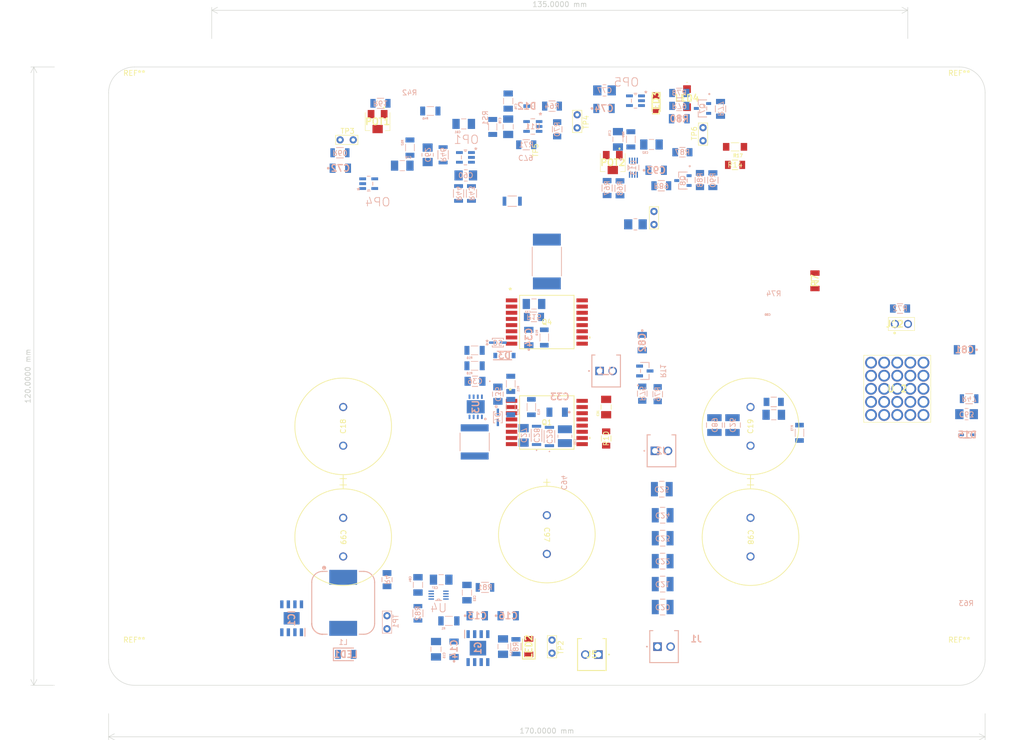
<source format=kicad_pcb>
(kicad_pcb (version 20240108) (generator "pcbnew") (generator_version "8.0")
  (layers (0 "F.Cu" signal) (1 "In1.Cu" signal) (2 "In2.Cu" signal) (31 "B.Cu" signal) (34 "B.Paste" user) (35 "F.Paste" user) (36 "B.SilkS" user "B.Silkscreen") (37 "F.SilkS" user "F.Silkscreen") (38 "B.Mask" user) (39 "F.Mask" user) (44 "Edge.Cuts" user))
  (net 0 "")
  (net 1 "Net-(G1-Q)")
  (net 2 "Net-(G1-BYP)")
  (net 3 "GNDS")
  (net 4 "12V")
  (net 5 "5V")
  (net 6 "Net-(J1-Pin_1)")
  (net 7 "V_BAT-")
  (net 8 "+BATT")
  (net 9 "/U-Phase/U")
  (net 10 "Net-(C31-Pad1)")
  (net 11 "/U-Phase/U_CS+")
  (net 12 "Net-(C32-Pad1)")
  (net 13 "Net-(D4-A)")
  (net 14 "Net-(D5-A)")
  (net 15 "Net-(D3-K)")
  (net 16 "/U-Phase/12V")
  (net 17 "/U-Phase/+5V")
  (net 18 "GND")
  (net 19 "Net-(OP1-+IN)")
  (net 20 "Net-(OP1--IN)")
  (net 21 "Net-(OP1-V+)")
  (net 22 "Net-(OP1-OUT)")
  (net 23 "I_SNS_PHASE_U")
  (net 24 "Net-(OP4-+IN)")
  (net 25 "Net-(OP4-V+)")
  (net 26 "Net-(OP5-+IN)")
  (net 27 "Net-(OP5-V+)")
  (net 28 "Net-(D12-K)")
  (net 29 "Net-(OP5--IN)")
  (net 30 "+5V")
  (net 31 "Net-(U13-CLK)")
  (net 32 "Net-(D15-K)")
  (net 33 "Net-(U12-A9)")
  (net 34 "Net-(RT1-V_{DD})")
  (net 35 "/U-Phase/U-HIN")
  (net 36 "/U-Phase/U-LIN")
  (net 37 "Net-(U13-~{CLR})")
  (net 38 "Net-(D4-K)")
  (net 39 "Net-(D5-K)")
  (net 40 "Net-(D12-A)")
  (net 43 "Net-(IC1-FB)")
  (net 45 "Net-(IC1-BST)")
  (net 46 "Net-(IC1-SW)")
  (net 47 "V_BAT+")
  (net 48 "Net-(IC1-RON)")
  (net 49 "Net-(LED1-A)")
  (net 50 "Net-(LED2-A)")
  (net 51 "Net-(LED3-K)")
  (net 52 "Net-(LED4-A)")
  (net 53 "OFFSET")
  (net 54 "Net-(POT1-Pad2)")
  (net 55 "Net-(POT2-Pad2)")
  (net 56 "Net-(Q7-D)")
  (net 57 "/Power Board Connector/DR_EN")
  (net 58 "Net-(Q8-G)")
  (net 59 "SD")
  (net 60 "Net-(RT1-V_{OUT})")
  (net 61 "/U-Phase/U-LO")
  (net 62 "/U-Phase/U-HO")
  (net 63 "/U-Phase/U-HI")
  (net 64 "/U-Phase/U-LI")
  (net 66 "BEMF_PHASE_U")
  (net 67 "U_CS+")
  (net 68 "I_PHASE_U")
  (net 69 "Net-(U12-B1)")
  (net 70 "U-L")
  (footprint "Kap-1206-Footprints:C18" (layer "F.Cu") (at 204.5 103.5 90)
    (property "Reference" "C19" (at 3.75 0 90) (layer "F.SilkS"))
    (property "Value" "100nF 50V 0603")
    (pad "1" thru_hole circle (at 0 0 90) (size 1.5748 1.5748) (drill 1.0668) (layers "*.Cu" "*.Mask") (net 6 "Net-(J1-Pin_1)"))
    (pad "2" thru_hole circle (at 7.5 0 90) (size 1.5748 1.5748) (drill 1.0668) (layers "*.Cu" "*.Mask") (net 7 "V_BAT-"))
  )
  (footprint "Misc-Footprints:J4" (layer "F.Cu") (at 175 144.04 180)
    (property "Reference" "J5" (at 1.27 0 0) (layer "F.SilkS") (effects (font (size 1.27 1.27) (thickness 0.254))))
    (property "Value" "+5V_EXT" (hide yes))
    (pad "" np_thru_hole circle (at 0 2.54 180) (size 1.1 1.1) (drill 1.1) (layers "*.Cu" "*.Mask"))
    (pad "" np_thru_hole circle (at 2.54 2.54 180) (size 1.1 1.1) (drill 1.1) (layers "*.Cu" "*.Mask"))
    (pad "1" thru_hole rect (at 0 0 180) (size 1.65 1.65) (drill 1.1) (layers "*.Cu" "*.Mask") (net 3 "GNDS"))
    (pad "2" thru_hole circle (at 2.54 0 180) (size 1.65 1.65) (drill 1.1) (layers "*.Cu" "*.Mask") (net 5 "5V"))
  )
  (footprint "Misc-Footprints:U12" (layer "F.Cu") (at 238.04 87.38 180)
    (property "Reference" "U12" (at 5.08 -5.08 0) (layer "F.SilkS") (effects (font (size 1.27 1.27) (thickness 0.254))))
    (property "Value" "PCN10C-32S-2.54DS(72)" (hide yes))
    (pad "1" thru_hole circle (at 0 0 180) (size 2.3 2.3) (drill 1.6) (layers "*.Cu" "*.Mask"))
    (pad "2" thru_hole circle (at 2.54 0 180) (size 2.3 2.3) (drill 1.6) (layers "*.Cu" "*.Mask"))
    (pad "3" thru_hole circle (at 5.08 0 180) (size 2.3 2.3) (drill 1.6) (layers "*.Cu" "*.Mask"))
    (pad "4" thru_hole circle (at 7.62 0 180) (size 2.3 2.3) (drill 1.6) (layers "*.Cu" "*.Mask"))
    (pad "5" thru_hole circle (at 10.16 0 180) (size 2.3 2.3) (drill 1.6) (layers "*.Cu" "*.Mask"))
    (pad "6" thru_hole circle (at 0 -2.54 180) (size 2.3 2.3) (drill 1.6) (layers "*.Cu" "*.Mask"))
    (pad "7" thru_hole circle (at 2.54 -2.54 180) (size 2.3 2.3) (drill 1.6) (layers "*.Cu" "*.Mask"))
    (pad "8" thru_hole circle (at 5.08 -2.54 180) (size 2.3 2.3) (drill 1.6) (layers "*.Cu" "*.Mask"))
    (pad "9" thru_hole circle (at 7.62 -2.54 180) (size 2.3 2.3) (drill 1.6) (layers "*.Cu" "*.Mask"))
    (pad "10" thru_hole circle (at 10.16 -2.54 180) (size 2.3 2.3) (drill 1.6) (layers "*.Cu" "*.Mask"))
    (pad "11" thru_hole circle (at 0 -5.08 180) (size 2.3 2.3) (drill 1.6) (layers "*.Cu" "*.Mask"))
    (pad "12" thru_hole circle (at 2.54 -5.08 180) (size 2.3 2.3) (drill 1.6) (layers "*.Cu" "*.Mask"))
    (pad "13" thru_hole circle (at 5.08 -5.08 180) (size 2.3 2.3) (drill 1.6) (layers "*.Cu" "*.Mask"))
    (pad "14" thru_hole circle (at 7.62 -5.08 180) (size 2.3 2.3) (drill 1.6) (layers "*.Cu" "*.Mask"))
    (pad "15" thru_hole circle (at 10.16 -5.08 180) (size 2.3 2.3) (drill 1.6) (layers "*.Cu" "*.Mask"))
    (pad "16" thru_hole circle (at 0 -7.62 180) (size 2.3 2.3) (drill 1.6) (layers "*.Cu" "*.Mask"))
    (pad "17" thru_hole circle (at 2.54 -7.62 180) (size 2.3 2.3) (drill 1.6) (layers "*.Cu" "*.Mask"))
    (pad "18" thru_hole circle (at 5.08 -7.62 180) (size 2.3 2.3) (drill 1.6) (layers "*.Cu" "*.Mask"))
    (pad "19" thru_hole circle (at 7.62 -7.62 180) (size 2.3 2.3) (drill 1.6) (layers "*.Cu" "*.Mask"))
    (pad "20" thru_hole circle (at 10.16 -7.62 180) (size 2.3 2.3) (drill 1.6) (layers "*.Cu" "*.Mask"))
    (pad "21" thru_hole circle (at 0 -10.16 180) (size 2.3 2.3) (drill 1.6) (layers "*.Cu" "*.Mask"))
    (pad "22" thru_hole circle (at 2.54 -10.16 180) (size 2.3 2.3) (drill 1.6) (layers "*.Cu" "*.Mask"))
    (pad "23" thru_hole circle (at 5.08 -10.16 180) (size 2.3 2.3) (drill 1.6) (layers "*.Cu" "*.Mask"))
    (pad "24" thru_hole circle (at 7.62 -10.16 180) (size 2.3 2.3) (drill 1.6) (layers "*.Cu" "*.Mask"))
    (pad "25" thru_hole circle (at 10.16 -10.16 180) (size 2.3 2.3) (drill 1.6) (layers "*.Cu" "*.Mask"))
  )
  (footprint "TestPoint:TestPoint_Bridge_Pitch2.54mm_Drill0.7mm" (layer "F.Cu") (at 195.2888 41.7775 -90)
    (property "Reference" "TP6" (at 1.1 1.7 90) (layer "F.SilkS"))
    (property "Value" "SD")
    (pad "1" thru_hole circle (at 0 0 270) (size 1.4 1.4) (drill 0.7) (layers "*.Cu" "*.Mask") (net 59 "SD"))
    (pad "1" thru_hole circle (at 2.54 0 270) (size 1.4 1.4) (drill 0.7) (layers "*.Cu" "*.Mask") (net 59 "SD"))
  )
  (footprint "Kap-1206-Footprints:C31" (layer "F.Cu") (at 176.5 96 90)
    (property "Reference" "C31" (at -1.2 -1.58 90) (layer "F.SilkS") (effects (font (size 0.393701 0.393701))))
    (property "Value" "10nF 0603 100V")
    (pad "1" smd rect (at -1.492 0 90) (size 1.42 1.96) (layers "F.Cu" "F.Paste" "F.Mask") (net 10 "Net-(C31-Pad1)"))
    (pad "2" smd rect (at 1.492 0 90) (size 1.42 1.96) (layers "F.Cu" "F.Paste" "F.Mask") (net 9 "/U-Phase/U"))
  )
  (footprint "Kap-1206-Footprints:C18" (layer "F.Cu") (at 125.5 117.5 -90)
    (property "Reference" "C99" (at 3.75 0 -90) (layer "F.SilkS"))
    (property "Value" "100nF 50V 0603")
    (pad "1" thru_hole circle (at 0 0 270) (size 1.5748 1.5748) (drill 1.0668) (layers "*.Cu" "*.Mask") (net 6 "Net-(J1-Pin_1)"))
    (pad "2" thru_hole circle (at 7.5 0 270) (size 1.5748 1.5748) (drill 1.0668) (layers "*.Cu" "*.Mask") (net 7 "V_BAT-"))
  )
  (footprint "Kap-1206-Footprints:C18" (layer "F.Cu") (at 125.5 103.5 90)
    (property "Reference" "C18" (at 3.75 0 90) (layer "F.SilkS"))
    (property "Value" "100nF 50V 0603")
    (pad "1" thru_hole circle (at 0 0 90) (size 1.5748 1.5748) (drill 1.0668) (layers "*.Cu" "*.Mask") (net 6 "Net-(J1-Pin_1)"))
    (pad "2" thru_hole circle (at 7.5 0 90) (size 1.5748 1.5748) (drill 1.0668) (layers "*.Cu" "*.Mask") (net 7 "V_BAT-"))
  )
  (footprint "MountingHole:MountingHole_3.2mm_M3_DIN965" (layer "F.Cu") (at 85 35)
    (property "Reference" "REF**" (at 0 -3.8 0) (layer "F.SilkS"))
    (property "Value" "MountingHole_3.2mm_M3_DIN965")
    (pad "" np_thru_hole circle (at 0 0) (size 3.2 3.2) (drill 3.2) (layers "*.Cu" "*.Mask"))
  )
  (footprint "Misc-Footprints:LED1-4" (layer "F.Cu") (at 186.1858 37.0475 -90)
    (property "Reference" "LED3" (at 0 0 90) (layer "F.SilkS") (effects (font (size 1.27 1.27) (thickness 0.254))))
    (property "Value" "LED GREEN CLEAR 0603" (hide yes))
    (pad "1" smd rect (at -1.5 0) (size 1.25 1.3) (layers "F.Cu" "F.Paste" "F.Mask") (net 51 "Net-(LED3-K)"))
    (pad "2" smd rect (at 1.5 0) (size 1.25 1.3) (layers "F.Cu" "F.Paste" "F.Mask") (net 30 "+5V"))
  )
  (footprint "Resistor-1206-Footprints:R17" (layer "F.Cu") (at 201.5 45.5 180)
    (property "Reference" "R17" (at -0.568 -1.7064 0) (layer "F.SilkS") (effects (font (size 0.64 0.64))))
    (property "Value" "5.1k 0603")
    (pad "1" smd rect (at -1.725 0 180) (size 1.25 1.5) (layers "F.Cu" "F.Paste" "F.Mask") (net 7 "V_BAT-"))
    (pad "2" smd rect (at 1.725 0 180) (size 1.25 1.5) (layers "F.Cu" "F.Paste" "F.Mask") (net 66 "BEMF_PHASE_U"))
  )
  (footprint "TestPoint:TestPoint_Bridge_Pitch2.54mm_Drill0.7mm" (layer "F.Cu") (at 166 143.77 90)
    (property "Reference" "TP2" (at 1.1 1.7 90) (layer "F.SilkS"))
    (property "Value" "5V")
    (pad "1" thru_hole circle (at 0 0 90) (size 1.4 1.4) (drill 0.7) (layers "*.Cu" "*.Mask") (net 5 "5V"))
    (pad "1" thru_hole circle (at 2.54 0 90) (size 1.4 1.4) (drill 0.7) (layers "*.Cu" "*.Mask") (net 5 "5V"))
  )
  (footprint "Resistor-1206-Footprints:R7" (layer "F.Cu") (at 217 71.5 90)
    (property "Reference" "R7" (at 0 0 90) (layer "F.SilkS") (effects (font (size 1.27 1.27) (thickness 0.254))))
    (property "Value" "1k 0603" (hide yes))
    (pad "1" smd rect (at -1.5 0 90) (size 1.05 1.8) (layers "F.Cu" "F.Paste" "F.Mask") (net 7 "V_BAT-"))
    (pad "2" smd rect (at 1.5 0 90) (size 1.05 1.8) (layers "F.Cu" "F.Paste" "F.Mask") (net 18 "GND"))
  )
  (footprint "TestPoint:TestPoint_Bridge_Pitch2.54mm_Drill0.7mm" (layer "F.Cu") (at 127.4464 44.1475 180)
    (property "Reference" "TP3" (at 1.1 1.7 0) (layer "F.SilkS"))
    (property "Value" "OFFSET")
    (pad "1" thru_hole circle (at 0 0 180) (size 1.4 1.4) (drill 0.7) (layers "*.Cu" "*.Mask") (net 53 "OFFSET"))
    (pad "1" thru_hole circle (at 2.54 0 180) (size 1.4 1.4) (drill 0.7) (layers "*.Cu" "*.Mask") (net 53 "OFFSET"))
  )
  (footprint "TestPoint:TestPoint_Bridge_Pitch2.54mm_Drill0.7mm" (layer "F.Cu") (at 170.8838 41.8175 90)
    (property "Reference" "TP4" (at 1.1 1.7 90) (layer "F.SilkS"))
    (property "Value" "VREF_OCP")
    (pad "1" thru_hole circle (at 0 0 90) (size 1.4 1.4) (drill 0.7) (layers "*.Cu" "*.Mask") (net 29 "Net-(OP5--IN)"))
    (pad "1" thru_hole circle (at 2.54 0 90) (size 1.4 1.4) (drill 0.7) (layers "*.Cu" "*.Mask") (net 29 "Net-(OP5--IN)"))
  )
  (footprint "just-footprints:Q1" (layer "F.Cu") (at 165 99)
    (property "Reference" "Q1" (at 0 0 0) (layer "F.SilkS"))
    (property "Value" "IAUS300N10S5N015TATMA1")
    (fp_text user "*" (at -7.0993 -6.104999 0) (layer "F.SilkS"))
    (fp_text user "*" (at -7.0993 -6.104999 0) (layer "F.SilkS"))
    (pad "1" smd rect (at -6.8453 -4.199999) (size 2.2098 0.762) (layers "F.Cu" "F.Paste" "F.Mask") (net 9 "/U-Phase/U"))
    (pad "2" smd rect (at -6.8453 -2.999999) (size 2.2098 0.762) (layers "F.Cu" "F.Paste" "F.Mask") (net 9 "/U-Phase/U"))
    (pad "3" smd rect (at -6.8453 -1.799999) (size 2.2098 0.762) (layers "F.Cu" "F.Paste" "F.Mask") (net 9 "/U-Phase/U"))
    (pad "4" smd rect (at -6.8453 -0.599999) (size 2.2098 0.762) (layers "F.Cu" "F.Paste" "F.Mask") (net 9 "/U-Phase/U"))
    (pad "5" smd rect (at -6.8453 0.600001) (size 2.2098 0.762) (layers "F.Cu" "F.Paste" "F.Mask") (net 9 "/U-Phase/U"))
    (pad "6" smd rect (at -6.8453 1.800001) (size 2.2098 0.762) (layers "F.Cu" "F.Paste" "F.Mask") (net 9 "/U-Phase/U"))
    (pad "7" smd rect (at -6.8453 2.999999) (size 2.2098 0.762) (layers "F.Cu" "F.Paste" "F.Mask") (net 9 "/U-Phase/U"))
    (pad "8" smd rect (at -6.8453 4.199999) (size 2.2098 0.762) (layers "F.Cu" "F.Paste" "F.Mask") (net 13 "Net-(D4-A)"))
    (pad "9" smd rect (at 6.8453 4.199999) (size 2.2098 0.762) (layers "F.Cu" "F.Paste" "F.Mask") (net 8 "+BATT"))
    (pad "10" smd rect (at 6.8453 2.999999) (size 2.2098 0.762) (layers "F.Cu" "F.Paste" "F.Mask") (net 8 "+BATT"))
    (pad "11" smd rect (at 6.8453 1.799999) (size 2.2098 0.762) (layers "F.Cu" "F.Paste" "F.Mask") (net 8 "+BATT"))
    (pad "12" smd rect (at 6.8453 0.599999) (size 2.2098 0.762) (layers "F.Cu" "F.Paste" "F.Mask") (net 8 "+BATT"))
    (pad "13" smd rect (at 6.8453 -0.600001) (size 2.2098 0.762) (layers "F.Cu" "F.Paste" "F.Mask") (net 8 "+BATT"))
    (pad "14" smd rect (at 6.8453 -1.800001) (size 2.2098 0.762) (layers "F.Cu" "F.Paste" "F.Mask") (net 8 "+BATT"))
    (pad "15" smd rect (at 6.8453 -3.000002) (size 2.2098 0.762) (layers "F.Cu" "F.Paste" "F.Mask") (net 8 "+BATT"))
    (pad "16" smd rect (at 6.8453 -4.199999) (size 2.2098 0.762) (layers "F.Cu" "F.Paste" "F.Mask") (net 8 "+BATT"))
  )
  (footprint "TestPoint:TestPoint_Bridge_Pitch2.54mm_Drill0.7mm" (layer "F.Cu") (at 185.7808 58.0395 -90)
    (property "Reference" "TP5" (at -11.8445 22.9808 90) (layer "F.SilkS"))
    (property "Value" "OCP")
    (pad "1" thru_hole circle (at 0 0 270) (size 1.4 1.4) (drill 0.7) (layers "*.Cu" "*.Mask") (net 31 "Net-(U13-CLK)"))
    (pad "1" thru_hole circle (at 2.54 0 270) (size 1.4 1.4) (drill 0.7) (layers "*.Cu" "*.Mask") (net 31 "Net-(U13-CLK)"))
  )
  (footprint "Resistor-1206-Footprints:R10" (layer "F.Cu") (at 176.5 102.103 90)
    (property "Reference" "R10" (at 0 0 90) (layer "F.SilkS"))
    (property "Value" "1.2 0603")
    (pad "1" smd rect (at -1.397 0 90) (size 1.1176 1.6002) (layers "F.Cu" "F.Paste" "F.Mask") (net 10 "Net-(C31-Pad1)"))
    (pad "2" smd rect (at 1.397 0 90) (size 1.1176 1.6002) (layers "F.Cu" "F.Paste" "F.Mask") (net 8 "+BATT"))
  )
  (footprint "Misc-Footprints:LED4" (layer "F.Cu") (at 192.1858 36.0475 180)
    (property "Reference" "LED4" (at 0 0 0) (layer "F.SilkS") (effects (font (size 1.27 1.27) (thickness 0.254))))
    (property "Value" "LED RED CLEAR 1206" (hide yes))
    (pad "1" smd rect (at 0 1.75 270) (size 1.5 1.5) (layers "F.Cu" "F.Paste" "F.Mask") (net 18 "GND"))
    (pad "2" smd rect (at 0 -1.75 270) (size 1.5 1.5) (layers "F.Cu" "F.Paste" "F.Mask") (net 52 "Net-(LED4-A)"))
  )
  (footprint "just-footprints:POT2" (layer "F.Cu") (at 132.1764 40.5975 180)
    (property "Reference" "POT1" (at 0 0 0) (layer "F.SilkS") (effects (font (size 1.27 1.27) (thickness 0.254))))
    (property "Value" "50K POT" (hide yes))
    (pad "1" smd rect (at -1.27 1.45 180) (size 1.3 1.6) (layers "F.Cu" "F.Paste" "F.Mask") (net 24 "Net-(OP4-+IN)"))
    (pad "2" smd rect (at 0 -1.45 270) (size 1.6 2) (layers "F.Cu" "F.Paste" "F.Mask") (net 54 "Net-(POT1-Pad2)"))
    (pad "3" smd rect (at 1.27 1.45 180) (size 1.3 1.6) (layers "F.Cu" "F.Paste" "F.Mask") (net 54 "Net-(POT1-Pad2)"))
  )
  (footprint "MountingHole:MountingHole_3.2mm_M3_DIN965" (layer "F.Cu") (at 245 145)
    (property "Reference" "REF**" (at 0 -3.8 0) (layer "F.SilkS"))
    (property "Value" "MountingHole_3.2mm_M3_DIN965")
    (pad "" np_thru_hole circle (at 0 0) (size 3.2 3.2) (drill 3.2) (layers "*.Cu" "*.Mask"))
  )
  (footprint "Kap-1206-Footprints:C18" (layer "F.Cu") (at 204.5 117.5 -90)
    (property "Reference" "C98" (at 3.75 0 -90) (layer "F.SilkS"))
    (property "Value" "100nF 50V 0603")
    (pad "1" thru_hole circle (at 0 0 270) (size 1.5748 1.5748) (drill 1.0668) (layers "*.Cu" "*.Mask") (net 6 "Net-(J1-Pin_1)"))
    (pad "2" thru_hole circle (at 7.5 0 270) (size 1.5748 1.5748) (drill 1.0668) (layers "*.Cu" "*.Mask") (net 7 "V_BAT-"))
  )
  (footprint "Misc-Footprints:LED1" (layer "F.Cu") (at 161.5 142.5 90)
    (property "Reference" "LED2" (at 0 0 90) (layer "F.SilkS") (effects (font (size 1.27 1.27) (thickness 0.254))))
    (property "Value" "LED GREEN CLEAR 0603" (hide yes))
    (pad "1" smd rect (at -1.5 0 90) (size 1.1 1.75) (layers "F.Cu" "F.Paste" "F.Mask") (net 3 "GNDS"))
    (pad "2" smd rect (at 1.5 0 90) (size 1.1 1.75) (layers "F.Cu" "F.Paste" "F.Mask") (net 50 "Net-(LED2-A)"))
  )
  (footprint "Resistor-1206-Footprints:R14" (layer "F.Cu") (at 201.5 49)
    (property "Reference" "R14" (at 0 0 0) (layer "F.SilkS"))
    (property "Value" "130k 0603")
    (pad "1" smd rect (at -1.402798 0) (size 1.105598 1.599997) (layers "F.Cu" "F.Paste" "F.Mask") (net 66 "BEMF_PHASE_U"))
    (pad "2" smd rect (at 1.402798 0) (size 1.105598 1.599997) (layers "F.Cu" "F.Paste" "F.Mask") (net 9 "/U-Phase/U"))
  )
  (footprint "just-footprints:Q1" (layer "F.Cu") (at 165 79.5)
    (property "Reference" "Q4" (at 0 0 0) (layer "F.SilkS"))
    (property "Value" "IAUS300N10S5N015TATMA1")
    (fp_text user "*" (at -7.0993 -6.104999 0) (layer "F.SilkS"))
    (fp_text user "*" (at -7.0993 -6.104999 0) (layer "F.SilkS"))
    (pad "1" smd rect (at -6.8453 -4.199999) (size 2.2098 0.762) (layers "F.Cu" "F.Paste" "F.Mask") (net 11 "/U-Phase/U_CS+"))
    (pad "2" smd rect (at -6.8453 -2.999999) (size 2.2098 0.762) (layers "F.Cu" "F.Paste" "F.Mask") (net 11 "/U-Phase/U_CS+"))
    (pad "3" smd rect (at -6.8453 -1.799999) (size 2.2098 0.762) (layers "F.Cu" "F.Paste" "F.Mask") (net 11 "/U-Phase/U_CS+"))
    (pad "4" smd rect (at -6.8453 -0.599999) (size 2.2098 0.762) (layers "F.Cu" "F.Paste" "F.Mask") (net 11 "/U-Phase/U_CS+"))
    (pad "5" smd rect (at -6.8453 0.600001) (size 2.2098 0.762) (layers "F.Cu" "F.Paste" "F.Mask") (net 11 "/U-Phase/U_CS+"))
    (pad "6" smd rect (at -6.8453 1.800001) (size 2.2098 0.762) (layers "F.Cu" "F.Paste" "F.Mask") (net 11 "/U-Phase/U_CS+"))
    (pad "7" smd rect (at -6.8453 2.999999) (size 2.2098 0.762) (layers "F.Cu" "F.Paste" "F.Mask") (net 11 "/U-Phase/U_CS+"))
    (pad "8" smd rect (at -6.8453 4.199999) (size 2.2098 0.762) (layers "F.Cu" "F.Paste" "F.Mask") (net 14 "Net-(D5-A)"))
    (pad "9" smd rect (at 6.8453 4.199999) (size 2.2098 0.762) (layers "F.Cu" "F.Paste" "F.Mask") (net 9 "/U-Phase/U"))
    (pad "10" smd rect (at 6.8453 2.999999) (size 2.2098 0.762) (layers "F.Cu" "F.Paste" "F.Mask") (net 9 "/U-Phase/U"))
    (pad "11" smd rect (at 6.8453 1.799999) (size 2.2098 0.762) (layers "F.Cu" "F.Paste" "F.Mask") (net 9 "/U-Phase/U"))
    (pad "12" smd rect (at 6.8453 0.599999) (size 2.2098 0.762) (layers "F.Cu" "F.Paste" "F.Mask") (net 9 "/U-Phase/U"))
    (pad "13" smd rect (at 6.8453 -0.600001) (size 2.2098 0.762) (layers "F.Cu" "F.Paste" "F.Mask") (net 9 "/U-Phase/U"))
    (pad "14" smd rect (at 6.8453 -1.800001) (size 2.2098 0.762) (layers "F.Cu" "F.Paste" "F.Mask") (net 9 "/U-Phase/U"))
    (pad "15" smd rect (at 6.8453 -3.000002) (size 2.2098 0.762) (layers "F.Cu" "F.Paste" "F.Mask") (net 9 "/U-Phase/U"))
    (pad "16" smd rect (at 6.8453 -4.199999) (size 2.2098 0.762) (layers "F.Cu" "F.Paste" "F.Mask") (net 9 "/U-Phase/U"))
  )
  (footprint "Kap-1206-Footprints:C18" (layer "F.Cu") (at 165 117 -90)
    (property "Reference" "C97" (at 3.75 0 -90) (layer "F.SilkS"))
    (property "Value" "100nF 50V 0603")
    (pad "1" thru_hole circle (at 0 0 270) (size 1.5748 1.5748) (drill 1.0668) (layers "*.Cu" "*.Mask") (net 6 "Net-(J1-Pin_1)"))
    (pad "2" thru_hole circle (at 7.5 0 270) (size 1.5748 1.5748) (drill 1.0668) (layers "*.Cu" "*.Mask") (net 7 "V_BAT-"))
  )
  (footprint "MountingHole:MountingHole_3.2mm_M3_DIN965" (layer "F.Cu") (at 245 35)
    (property "Reference" "REF**" (at 0 -3.8 0) (layer "F.SilkS"))
    (property "Value" "MountingHole_3.2mm_M3_DIN965")
    (pad "" np_thru_hole circle (at 0 0) (size 3.2 3.2) (drill 3.2) (layers "*.Cu" "*.Mask"))
  )
  (footprint "just-footprints:POT2" (layer "F.Cu") (at 177.7888 48.5475 180)
    (property "Reference" "POT2" (at 0 0 0) (layer "F.SilkS") (effects (font (size 1.27 1.27) (thickness 0.254))))
    (property "Value" "50K POT" (hide yes))
    (pad "1" smd rect (at -1.27 1.45 180) (size 1.3 1.6) (layers "F.Cu" "F.Paste" "F.Mask") (net 26 "Net-(OP5-+IN)"))
    (pad "2" smd rect (at 0 -1.45 270) (size 1.6 2) (layers "F.Cu" "F.Paste" "F.Mask") (net 55 "Net-(POT2-Pad2)"))
    (pad "3" smd rect (at 1.27 1.45 180) (size 1.3 1.6) (layers "F.Cu" "F.Paste" "F.Mask") (net 55 "Net-(POT2-Pad2)"))
  )
  (footprint "MountingHole:MountingHole_3.2mm_M3_DIN965" (layer "F.Cu") (at 85 145)
    (property "Reference" "REF**" (at 0 -3.8 0) (layer "F.SilkS"))
    (property "Value" "MountingHole_3.2mm_M3_DIN965")
    (pad "" np_thru_hole circle (at 0 0) (size 3.2 3.2) (drill 3.2) (layers "*.Cu" "*.Mask"))
  )
  (footprint "Misc-Footprints:J12" (layer "F.Cu") (at 232.5 79.88)
    (property "Reference" "J12" (at 0 0 0) (layer "F.SilkS") (effects (font (size 1.27 1.27) (thickness 0.254))))
    (property "Value" "Direction Switch" (hide yes))
    (pad "1" thru_hole circle (at 0 0) (size 1.55 1.55) (drill 1.02) (layers "*.Cu" "*.Mask"))
    (pad "2" thru_hole circle (at 2.54 0) (size 1.55 1.55) (drill 1.02) (layers "*.Cu" "*.Mask"))
  )
  (footprint "Resistor-1206-Footprints:R12" (layer "B.Cu") (at 138.4464 45.6475 -90)
    (property "Reference" "R62" (at -0.96 1.45 90) (layer "B.SilkS") (effects (font (size 0.393701 0.393701)) (justify mirror)))
    (property "Value" "10 0603")
    (pad "1" smd rect (at -1.48 0 270) (size 0.97 1.73) (layers "B.Cu" "B.Paste" "B.Mask") (net 30 "+5V"))
    (pad "2" smd rect (at 1.48 0 270) (size 0.97 1.73) (layers "B.Cu" "B.Paste" "B.Mask") (net 25 "Net-(OP4-V+)"))
  )
  (footprint "Kap-1206-Footprints:C20" (layer "B.Cu") (at 187.46 117)
    (property "Reference" "C24" (at 0 0 180) (layer "B.SilkS") (effects (justify mirror)))
    (property "Value" "100nF 50V 0603")
    (pad "1" smd rect (at -1.4351 0) (size 1.3462 2.794) (layers "B.Cu" "B.Paste" "B.Mask") (net 6 "Net-(J1-Pin_1)"))
    (pad "2" smd rect (at 1.4351 0) (size 1.3462 2.794) (layers "B.Cu" "B.Paste" "B.Mask") (net 7 "V_BAT-"))
  )
  (footprint "Resistor-1206-Footprints:R72" (layer "B.Cu") (at 190.6858 35.0475 180)
    (property "Reference" "R78" (at 0 0 0) (layer "B.SilkS") (effects (justify mirror)))
    (property "Value" "10k 0603")
    (pad "1" smd rect (at -1.397 0 180) (size 1.1176 1.6002) (layers "B.Cu" "B.Paste" "B.Mask") (net 57 "/Power Board Connector/DR_EN"))
    (pad "2" smd rect (at 1.397 0 180) (size 1.1176 1.6002) (layers "B.Cu" "B.Paste" "B.Mask") (net 30 "+5V"))
  )
  (footprint "Misc-Footprints:LED1" (layer "B.Cu") (at 126 144)
    (property "Reference" "LED1" (at 0 0 0) (layer "B.SilkS") (effects (font (size 1.27 1.27) (thickness 0.254)) (justify mirror)))
    (property "Value" "LED GREEN CLEAR 0603" (hide yes))
    (pad "1" smd rect (at -1.5 0) (size 1.1 1.75) (layers "B.Cu" "B.Paste" "B.Mask") (net 7 "V_BAT-"))
    (pad "2" smd rect (at 1.5 0) (size 1.1 1.75) (layers "B.Cu" "B.Paste" "B.Mask") (net 49 "Net-(LED1-A)"))
  )
  (footprint "Kap-1206-Footprints:C28" (layer "B.Cu") (at 165.5 101.722 90)
    (property "Reference" "C29" (at 0 0 -90) (layer "B.SilkS") (effects (justify mirror)))
    (property "Value" "2.2uF 100V 1206")
    (pad "1" smd rect (at -1.778 0 90) (size 0.5588 1.8034) (layers "B.Cu" "B.Paste" "B.Mask") (net 8 "+BATT"))
    (pad "2" smd rect (at 1.778 0 90) (size 0.5588 1.8034) (layers "B.Cu" "B.Paste" "B.Mask") (net 7 "V_BAT-"))
  )
  (footprint "Kap-1206-Footprints:C8" (layer "B.Cu") (at 149.2808 51.0475 180)
    (property "Reference" "C60" (at 0 0 0) (layer "B.SilkS") (effects (justify mirror)))
    (property "Value" "100pF 25V 0603")
    (pad "1" smd rect (at -1.402798 0 180) (size 1.605597 1.949996) (layers "B.Cu" "B.Paste" "B.Mask") (net 19 "Net-(OP1-+IN)"))
    (pad "2" smd rect (at 1.402798 0 180) (size 1.605597 1.949996) (layers "B.Cu" "B.Paste" "B.Mask") (net 20 "Net-(OP1--IN)"))
  )
  (footprint "infineon-library-footprints:HCS3920FT1L00" (layer "B.Cu") (at 165 67.7545 -90)
    (property "Reference" "RS1" (at -27.8505 11.923898 90) (layer "B.SilkS") (effects (justify mirror)))
    (property "Value" "1mOhm 1% 5W")
    (pad "1" smd rect (at -4.2545 0 270) (size 2.3114 5.4102) (layers "B.Cu" "B.Paste" "B.Mask") (net 7 "V_BAT-"))
    (pad "2" smd rect (at 4.2545 0 270) (size 2.3114 5.4102) (layers "B.Cu" "B.Paste" "B.Mask") (net 11 "/U-Phase/U_CS+"))
  )
  (footprint "Resistor-1206-Footprints:R42" (layer "B.Cu") (at 158.2794 56.0475 180)
    (property "Reference" "R42" (at 19.902798 21.0602 0) (layer "B.SilkS") (effects (justify mirror)))
    (property "Value" "12k 0603")
    (pad "1" smd rect (at -1.4986 0 180) (size 0.7112 1.7526) (layers "B.Cu" "B.Paste" "B.Mask") (net 53 "OFFSET"))
    (pad "2" smd rect (at 1.4986 0 180) (size 0.7112 1.7526) (layers "B.Cu" "B.Paste" "B.Mask") (net 19 "Net-(OP1-+IN)"))
  )
  (footprint "Resistor-1206-Footprints:R12" (layer "B.Cu") (at 142.398002 38.5475)
    (property "Reference" "R45" (at -0.96 1.45 0) (layer "B.SilkS") (effects (font (size 0.393701 0.393701)) (justify mirror)))
    (property "Value" "10 0603")
    (pad "1" smd rect (at -1.48 0) (size 0.97 1.73) (layers "B.Cu" "B.Paste" "B.Mask") (net 30 "+5V"))
    (pad "2" smd rect (at 1.48 0) (size 0.97 1.73) (layers "B.Cu" "B.Paste" "B.Mask") (net 21 "Net-(OP1-V+)"))
  )
  (footprint "Kap-1206-Footprints:C20" (layer "B.Cu") (at 187.46 134.8176)
    (property "Reference" "C20" (at 0 0 180) (layer "B.SilkS") (effects (justify mirror)))
    (property "Value" "100nF 50V 0603")
    (pad "1" smd rect (at -1.4351 0) (size 1.3462 2.794) (layers "B.Cu" "B.Paste" "B.Mask") (net 6 "Net-(J1-Pin_1)"))
    (pad "2" smd rect (at 1.4351 0) (size 1.3462 2.794) (layers "B.Cu" "B.Paste" "B.Mask") (net 7 "V_BAT-"))
  )
  (footprint "Resistor-1206-Footprints:R12" (layer "B.Cu") (at 150.98 88)
    (property "Reference" "R18" (at -0.96 1.45 0) (layer "B.SilkS") (effects (font (size 0.393701 0.393701)) (justify mirror)))
    (property "Value" "10 0603")
    (pad "1" smd rect (at -1.48 0) (size 0.97 1.73) (layers "B.Cu" "B.Paste" "B.Mask") (net 61 "/U-Phase/U-LO"))
    (pad "2" smd rect (at 1.48 0) (size 0.97 1.73) (layers "B.Cu" "B.Paste" "B.Mask") (net 39 "Net-(D5-K)"))
  )
  (footprint "Resistor-1206-Footprints:R1" (layer "B.Cu") (at 146 137.5)
    (property "Reference" "R1" (at -1.06 1.48 0) (layer "B.SilkS") (effects (font (size 0.393701 0.393701)) (justify mirror)))
    (property "Value" "0 0805")
    (pad "1" smd rect (at -1.54 0) (size 1.04 1.77) (layers "B.Cu" "B.Paste" "B.Mask") (net 1 "Net-(G1-Q)"))
    (pad "2" smd rect (at 1.54 0) (size 1.04 1.77) (layers "B.Cu" "B.Paste" "B.Mask") (net 5 "5V"))
  )
  (footprint "Kap-1206-Footprints:C72" (layer "B.Cu") (at 183.5 83.5 -90)
    (property "Reference" "C82" (at 0 0 90) (layer "B.SilkS") (effects (font (size 1.27 1.27) (thickness 0.254)) (justify mirror)))
    (property "Value" "C1206C105K3RACTM" (hide yes))
    (pad "1" smd rect (at -1.5 0 270) (size 1.15 1.8) (layers "B.Cu" "B.Paste" "B.Mask") (net 3 "GNDS"))
    (pad "2" smd rect (at 1.5 0 270) (size 1.15 1.8) (layers "B.Cu" "B.Paste" "B.Mask") (net 34 "Net-(RT1-V_{DD})"))
  )
  (footprint "Kap-1206-Footprints:C83" (layer "B.Cu") (at 149.5 132.015 90)
    (property "Reference" "C83" (at -1.11 1.5 90) (layer "B.SilkS") (effects (font (size 0.393701 0.393701)) (justify mirror)))
    (property "Value" "100pf 25V 0402")
    (pad "1" smd rect (at -1.485 0 90) (size 1.24 1.82) (layers "B.Cu" "B.Paste" "B.Mask") (net 35 "/U-Phase/U-HIN"))
    (pad "2" smd rect (at 1.485 0 90) (size 1.24 1.82) (layers "B.Cu" "B.Paste" "B.Mask") (net 18 "GND"))
  )
  (footprint "Resistor-1206-Footprints:R72" (layer "B.Cu") (at 194.698 51.9445 -90)
    (property "Reference" "R88" (at 0 0 90) (layer "B.SilkS") (effects (justify mirror)))
    (property "Value" "10k 0603")
    (pad "1" smd rect (at -1.397 0 270) (size 1.1176 1.6002) (layers "B.Cu" "B.Paste" "B.Mask") (net 58 "Net-(Q8-G)"))
    (pad "2" smd rect (at 1.397 0 270) (size 1.1176 1.6002) (layers "B.Cu" "B.Paste" "B.Mask") (net 18 "GND"))
  )
  (footprint "Kap-1206-Footprints:C94" (layer "B.Cu") (at 151 102.7695 90)
    (property "Reference" "C94" (at -7.898 17.3019 -90) (layer "B.SilkS") (effects (justify mirror)))
    (property "Value" "4.7uF 100V 2220")
    (pad "1" smd rect (at -2.7305 0 90) (size 1.3716 5.4102) (layers "B.Cu" "B.Paste" "B.Mask") (net 8 "+BATT"))
    (pad "2" smd rect (at 2.7305 0 90) (size 1.3716 5.4102) (layers "B.Cu" "B.Paste" "B.Mask") (net 11 "/U-Phase/U_CS+"))
  )
  (footprint "just-footprints:U3" (layer "B.Cu") (at 151.2 95.95 90)
    (property "Reference" "U3" (at 0 0 90) (layer "B.SilkS") (effects (font (size 1.27 1.27) (thickness 0.254)) (justify mirror)))
    (property "Value" "2EDL8x24G" (hide yes))
    (pad "1" smd rect (at -1.95 1.2) (size 0.35 0.85) (layers "B.Cu" "B.Paste" "B.Mask") (net 16 "/U-Phase/12V"))
    (pad "2" smd rect (at -1.95 0.4) (size 0.35 0.85) (layers "B.Cu" "B.Paste" "B.Mask") (net 15 "Net-(D3-K)"))
    (pad "3" smd rect (at -1.95 -0.4) (size 0.35 0.85) (layers "B.Cu" "B.Paste" "B.Mask") (net 62 "/U-Phase/U-HO"))
    (pad "4" smd rect (at -1.95 -1.2) (size 0.35 0.85) (layers "B.Cu" "B.Paste" "B.Mask") (net 9 "/U-Phase/U"))
    (pad "5" smd rect (at 1.95 -1.2) (size 0.35 0.85) (layers "B.Cu" "B.Paste" "B.Mask") (net 63 "/U-Phase/U-HI"))
    (pad "6" smd rect (at 1.95 -0.4) (size 0.35 0.85) (layers "B.Cu" "B.Paste" "B.Mask") (net 64 "/U-Phase/U-LI"))
    (pad "7" smd rect (at 1.95 0.4) (size 0.35 0.85) (layers "B.Cu" "B.Paste" "B.Mask") (net 11 "/U-Phase/U_CS+"))
    (pad "8" smd rect (at 1.95 1.2) (size 0.35 0.85) (layers "B.Cu" "B.Paste" "B.Mask") (net 61 "/U-Phase/U-LO"))
    (pad "9" smd rect (at 0 0 90) (size 2.55 3.48) (layers "B.Cu" "B.Paste" "B.Mask") (net 11 "/U-Phase/U_CS+"))
  )
  (footprint "Kap-1206-Footprints:C72" (layer "B.Cu") (at 246 84.88 180)
    (property "Reference" "C81" (at 0 0 0) (layer "B.SilkS") (effects (font (size 1.27 1.27) (thickness 0.254)) (justify mirror)))
    (property "Value" "C1206C105K3RACTM" (hide yes))
    (pad "1" smd rect (at -1.5 0 180) (size 1.15 1.8) (layers "B.Cu" "B.Paste" "B.Mask") (net 3 "GNDS"))
    (pad "2" smd rect (at 1.5 0 180) (size 1.15 1.8) (layers "B.Cu" "B.Paste" "B.Mask") (net 33 "Net-(U12-A9)"))
  )
  (footprint "Resistor-1206-Footprints:R89" (layer "B.Cu") (at 187.198 53.0475)
    (property "Reference" "R89" (at 0 0 180) (layer "B.SilkS") (effects (justify mirror)))
    (property "Value" "20k 0603")
    (pad "1" smd rect (at -1.4224 0) (size 1.016 1.7526) (layers "B.Cu" "B.Paste" "B.Mask") (net 30 "+5V"))
    (pad "2" smd rect (at 1.4224 0) (size 1.016 1.7526) (layers "B.Cu" "B.Paste" "B.Mask") (net 37 "Net-(U13-~{CLR})"))
  )
  (footprint "Kap-1206-Footprints:C15" (layer "B.Cu") (at 209.008 97.5)
    (property "Reference" "C80" (at -1.2 -19.42 0) (layer "B.SilkS") (effects (font (size 0.393701 0.393701)) (justify mirror)))
    (property "Value" "C1206X104M3RECAUTO")
    (pad "1" smd rect (at -1.492 0) (size 1.42 1.96) (layers "B.Cu" "B.Paste" "B.Mask") (net 7 "V_BAT-"))
    (pad "2" smd rect (at 1.492 0) (size 1.42 1.96) (layers "B.Cu" "B.Paste" "B.Mask") (net 32 "Net-(D15-K)"))
  )
  (footprint "Resistor-1206-Footprints:R47" (layer "B.Cu") (at 246.897 94.38)
    (property "Reference" "R47" (at 0 0 180) (layer "B.SilkS") (effects (justify mirror)))
    (property "Value" "10 0402")
    (pad "1" smd rect (at -1.397 0) (size 0.8128 1.7018) (layers "B.Cu" "B.Paste" "B.Mask") (net 22 "Net-(OP1-OUT)"))
    (pad "2" smd rect (at 1.397 0) (size 0.8128 1.7018) (layers "B.Cu" "B.Paste" "B.Mask") (net 23 "I_SNS_PHASE_U"))
  )
  (footprint "Kap-1206-Footprints:C8" (layer "B.Cu") (at 246.402798 97.38)
    (property "Reference" "C63" (at 0 0 180) (layer "B.SilkS") (effects (justify mirror)))
    (property "Value" "100pF 25V 0603")
    (pad "1" smd rect (at -1.402798 0) (size 1.605597 1.949996) (layers "B.Cu" "B.Paste" "B.Mask") (net 23 "I_SNS_PHASE_U"))
    (pad "2" smd rect (at 1.402798 0) (size 1.605597 1.949996) (layers "B.Cu" "B.Paste" "B.Mask") (net 18 "GND"))
  )
  (footprint "Misc-Footprints:G1" (layer "B.Cu") (at 151.635 142.788 -90)
    (property "Reference" "G1" (at 0 0 90) (layer "B.SilkS") (effects (font (size 1.27 1.27) (thickness 0.254)) (justify mirror)))
    (property "Value" "TLS205B0EJ 50V" (hide yes))
    (pad "1" smd rect (at -2.712 1.905 180) (size 0.65 1.525) (layers "B.Cu" "B.Paste" "B.Mask") (net 1 "Net-(G1-Q)"))
    (pad "2" smd rect (at -2.712 0.635 180) (size 0.65 1.525) (layers "B.Cu" "B.Paste" "B.Mask") (net 5 "5V"))
    (pad "3" smd rect (at -2.712 -0.635 180) (size 0.65 1.525) (layers "B.Cu" "B.Paste" "B.Mask"))
    (pad "4" smd rect (at -2.712 -1.905 180) (size 0.65 1.525) (layers "B.Cu" "B.Paste" "B.Mask") (net 2 "Net-(G1-BYP)"))
    (pad "5" smd rect (at 2.712 -1.905 180) (size 0.65 1.525) (layers "B.Cu" "B.Paste" "B.Mask") (net 4 "12V"))
    (pad "6" smd rect (at 2.712 -0.635 180) (size 0.65 1.525) (layers "B.Cu" "B.Paste" "B.Mask") (net 3 "GNDS"))
    (pad "7" smd rect (at 2.712 0.635 180) (size 0.65 1.525) (layers "B.Cu" "B.Paste" "B.Mask"))
    (pad "8" smd rect (at 2.712 1.905 180) (size 0.65 1.525) (layers "B.Cu" "B.Paste" "B.Mask") (net 4 "12V"))
    (pad "9" smd rect (at 0 0 270) (size 2.85 3.2) (layers "B.Cu" "B.Paste" "B.Mask") (net 3 "GNDS"))
  )
  (footprint "Kap-1206-Footprints:C72" (layer "B.Cu") (at 176.086396 38.0475)
    (property "Reference" "C74" (at 0 0 0) (layer "B.SilkS") (effects (font (size 1.27 1.27) (thickness 0.254)) (justify mirror)))
    (property "Value" "1uF 25V 0603" (hide yes))
    (pad "1" smd rect (at -1.5 0) (size 1.15 1.8) (layers "B.Cu" "B.Paste" "B.Mask") (net 26 "Net-(OP5-+IN)"))
    (pad "2" smd rect (at 1.5 0) (size 1.15 1.8) (layers "B.Cu" "B.Paste" "B.Mask") (net 18 "GND"))
  )
  (footprint "Resistor-1206-Footprints:R10" (layer "B.Cu") (at 162.5 78.5)
    (property "Reference" "R15" (at 0 0 180) (layer "B.SilkS") (effects (justify mirror)))
    (property "Value" "1.2 0603")
    (pad "1" smd rect (at -1.397 0) (size 1.1176 1.6002) (layers "B.Cu" "B.Paste" "B.Mask") (net 12 "Net-(C32-Pad1)"))
    (pad "2" smd rect (at 1.397 0) (size 1.1176 1.6002) (layers "B.Cu" "B.Paste" "B.Mask") (net 9 "/U-Phase/U"))
  )
  (footprint "Misc-Footprints:J4" (layer "B.Cu") (at 186.46 142.5)
    (property "Reference" "J1" (at 7.5 -1.5 0) (layer "B.SilkS") (effects (font (size 1.27 1.27) (thickness 0.254)) (justify mirror)))
    (property "Value" "V_BAT+" (hide yes))
    (pad "" np_thru_hole circle (at 0 -2.54) (size 1.1 1.1) (drill 1.1) (layers "*.Cu" "*.Mask"))
    (pad "" np_thru_hole circle (at 2.54 -2.54) (size 1.1 1.1) (drill 1.1) (layers "*.Cu" "*.Mask"))
    (pad "1" thru_hole rect (at 0 0) (size 1.65 1.65) (drill 1.1) (layers "*.Cu" "*.Mask") (net 6 "Net-(J1-Pin_1)"))
    (pad "2" thru_hole circle (at 2.54 0) (size 1.65 1.65) (drill 1.1) (layers "*.Cu" "*.Mask"))
  )
  (footprint "Resistor-1206-Footprints:R72" (layer "B.Cu") (at 233.5 76.88 180)
    (property "Reference" "R72" (at 0 0 0) (layer "B.SilkS") (effects (justify mirror)))
    (property "Value" "10k 0603")
    (pad "1" smd rect (at -1.397 0 180) (size 1.1176 1.6002) (layers "B.Cu" "B.Paste" "B.Mask") (net 30 "+5V"))
    (pad "2" smd rect (at 1.397 0 180) (size 1.1176 1.6002) (layers "B.Cu" "B.Paste" "B.Mask") (net 69 "Net-(U12-B1)"))
  )
  (footprint "Kap-1206-Footprints:C15" (layer "B.Cu") (at 143.5 143 90)
    (property "Reference" "C15" (at -1.2 1.58 90) (layer "B.SilkS") (effects (font (size 0.393701 0.393701)) (justify mirror)))
    (property "Value" "0.1uF 25V 0603")
    (pad "1" smd rect (at -1.492 0 90) (size 1.42 1.96) (layers "B.Cu" "B.Paste" "B.Mask") (net 3 "GNDS"))
    (pad "2" smd rect (at 1.492 0 90) (size 1.42 1.96) (layers "B.Cu" "B.Paste" "B.Mask") (net 4 "12V"))
  )
  (footprint "Misc-Footprints:D4" (layer "B.Cu") (at 155.5 98 -90)
    (property "Reference" "D4" (at 0 0 90) (layer "B.SilkS") (effects (justify mirror)))
    (property "Value" "BAT165E63227HTSAI")
    (fp_text user "*" (at -2.0828 0 90) (layer "B.SilkS") (effects (justify mirror)))
    (fp_text user "*" (at -2.0828 0 90) (layer "B.SilkS") (effects (justify mirror)))
    (pad "1" smd rect (at -1.0414 0 270) (size 1.3208 0.4572) (layers "B.Cu" "B.Paste" "B.Mask") (net 38 "Net-(D4-K)"))
    (pad "2" smd rect (at 1.0414 0 270) (size 1.3208 0.4572) (layers "B.Cu" "B.Paste" "B.Mask") (net 13 "Net-(D4-A)"))
  )
  (footprint "Resistor-1206-Footprints:R13" (layer "B.Cu") (at 164.5 82.5 -90)
    (property "Reference" "R19" (at -0.94 1.43 90) (layer "B.SilkS") (effects (font (size 0.393701 0.393701)) (justify mirror)))
    (property "Value" "100k 0603")
    (pad "1" smd rect (at -1.495 0 270) (size 0.89 1.68) (layers "B.Cu" "B.Paste" "B.Mask") (net 11 "/U-Phase/U_CS+"))
    (pad "2" smd rect (at 1.495 0 270) (size 0.89 1.68) (layers "B.Cu" "B.Paste" "B.Mask") (net 14 "Net-(D5-A)"))
  )
  (footprint "Misc-Footprints:D15" (layer "B.Cu") (at 246.5 101.38 180)
    (property "Reference" "D15" (at 0 0 0) (layer "B.SilkS") (effects (font (size 1.27 1.27) (thickness 0.254)) (justify mirror)))
    (property "Value" "DIODE ZENER" (hide yes))
    (pad "1" smd rect (at -1.15 0 90) (size 0.5 1.1) (layers "B.Cu" "B.Paste" "B.Mask") (net 32 "Net-(D15-K)"))
    (pad "2" smd rect (at 1.15 0 90) (size 0.5 1.1) (layers "B.Cu" "B.Paste" "B.Mask") (net 18 "GND"))
  )
  (footprint "Resistor-1206-Footprints:R4" (layer "B.Cu") (at 134 129.5 90)
    (property "Reference" "R4" (at 0 0 -90) (layer "B.SilkS") (effects (justify mirror)))
    (property "Value" "1k 0805")
    (pad "1" smd rect (at -1.2954 0 90) (size 1.1176 1.7018) (layers "B.Cu" "B.Paste" "B.Mask") (net 49 "Net-(LED1-A)"))
    (pad "2" smd rect (at 1.2954 0 90) (size 1.1176 1.7018) (layers "B.Cu" "B.Paste" "B.Mask") (net 4 "12V"))
  )
  (footprint "Kap-1206-Footprints:C20" (layer "B.Cu") (at 187.46 125.9088)
    (property "Reference" "C22" (at 0 0 180) (layer "B.SilkS") (effects (justify mirror)))
    (property "Value" "100nF 50V 0603")
    (pad "1" smd rect (at -1.4351 0) (size 1.3462 2.794) (layers "B.Cu" "B.Paste" "B.Mask") (net 6 "Net-(J1-Pin_1)"))
    (pad "2" smd rect (at 1.4351 0) (size 1.3462 2.794) (layers "B.Cu" "B.Paste" "B.Mask") (net 7 "V_BAT-"))
  )
  (footprint "Resistor-1206-Footprints:R70" (layer "B.Cu") (at 167 42.095 -90)
    (property "Reference" "R70" (at 0 0 90) (layer "B.SilkS") (effects (justify mirror)))
    (property "Value" "1M 1206")
    (pad "1" smd rect (at -1.402798 0 270) (size 1.105598 1.599997) (layers "B.Cu" "B.Paste" "B.Mask") (net 28 "Net-(D12-K)"))
    (pad "2" smd rect (at 1.402798 0 270) (size 1.105598 1.599997) (layers "B.Cu" "B.Paste" "B.Mask") (net 31 "Net-(U13-CLK)"))
  )
  (footprint "Resistor-1206-Footprints:R60" (layer "B.Cu") (at 124.8688 46.6475)
    (property "Reference" "R60" (at 0 0 180) (layer "B.SilkS") (effects (justify mirror)))
    (property "Value" "22k 0603")
    (pad "1" smd rect (at -1.4224 0) (size 0.8636 1.7526) (layers "B.Cu" "B.Paste" "B.Mask") (net 30 "+5V"))
    (pad "2" smd rect (at 1.4224 0) (size 0.8636 1.7526) (layers "B.Cu" "B.Paste" "B.Mask") (net 24 "Net-(OP4-+IN)"))
  )
  (footprint "infineon-library-footprints:IRLML6346TRPBF" (layer "B.Cu") (at 195.1858 38.0475 -90)
    (property "Reference" "Q7" (at 0 0 90) (layer "B.SilkS") (effects (justify mirror)))
    (property "Value" "IRLML6346")
    (pad "1" smd rect (at -0.9525 -1.1938 270) (size 0.5588 0.9652) (layers "B.Cu" "B.Paste" "B.Mask") (net 57 "/Power Board Connector/DR_EN"))
    (pad "2" smd rect (at 0.9525 -1.1938 270) (size 0.5588 0.9652) (layers "B.Cu" "B.Paste" "B.Mask") (net 3 "GNDS"))
    (pad "3" smd rect (at 0 1.1938 270) (size 0.5588 0.9652) (layers "B.Cu" "B.Paste" "B.Mask") (net 56 "Net-(Q7-D)"))
  )
  (footprint "Resistor-1206-Footprints:R63" (layer "B.Cu") (at 154.5 41.64 90)
    (property "Reference" "R63" (at -92.456405 91.839802 0) (layer "B.SilkS") (effects (justify mirror)))
    (property "Value" "10k 0402")
    (pad "1" smd roundrect (at -1.455 0 90) (size 0.97 1.73) (layers "B.Cu" "B.Paste" "B.Mask") (roundrect_rratio 0.075) (net 53 "OFFSET"))
    (pad "2" smd roundrect (at 1.455 0 90) (size 0.97 1.73) (layers "B.Cu" "B.Paste" "B.Mask") (roundrect_rratio 0.075) (net 28 "Net-(D12-K)"))
  )
  (footprint "Misc-Footprints:L1" (layer "B.Cu") (at 125.5 134)
    (property "Reference" "L1" (at 0 7.635 0) (layer "B.SilkS") (effects (justify mirror)))
    (property "Value" "33 uH")
    (pad "1" smd rect (at 0 -4.95) (size 5.4 2.9) (layers "B.Cu" "B.Paste" "B.Mask") (net 46 "Net-(IC1-SW)"))
    (pad "2" smd rect (at 0 4.95) (size 5.4 2.9) (layers "B.Cu" "B.Paste" "B.Mask") (net 4 "12V"))
  )
  (footprint "Kap-1206-Footprints:C15" (layer "B.Cu") (at 178.7888 44.0395 -90)
    (property "Reference" "C75" (at -1.2 1.58 90) (layer "B.SilkS") (effects (font (size 0.393701 0.393701)) (justify mirror)))
    (property "Value" "0.1uF 25V 0603")
    (pad "1" smd rect (at -1.492 0 270) (size 1.42 1.96) (layers "B.Cu" "B.Paste" "B.Mask") (net 27 "Net-(OP5-V+)"))
    (pad "2" smd rect (at 1.492 0 270) (size 1.42 1.96) (layers "B.Cu" "B.Paste" "B.Mask") (net 18 "GND"))
  )
  (footprint "Resistor-1206-Footprints:R72" (layer "B.Cu") (at 191.2888 46.5475 180)
    (property "Reference" "R87" (at 0 0 0) (layer "B.SilkS") (effects (justify mirror)))
    (property "Value" "10k 0603")
    (pad "1" smd rect (at -1.397 0 180) (size 1.1176 1.6002) (layers "B.Cu" "B.Paste" "B.Mask") (net 30 "+5V"))
    (pad "2" smd rect (at 1.397 0 180) (size 1.1176 1.6002) (layers "B.Cu" "B.Paste" "B.Mask") (net 59 "SD"))
  )
  (footprint "Resistor-1206-Footprints:R64" (layer "B.Cu") (at 166 37.595 180)
    (property "Reference" "R64" (at 0 0 0) (layer "B.SilkS") (effects (justify mirror)))
    (property "Value" "0 0402")
    (pad "1" smd rect (at -1.4224 0 180) (size 1.016 1.7526) (layers "B.Cu" "B.Paste" "B.Mask") (net 68 "I_PHASE_U"))
    (pad "2" smd rect (at 1.4224 0 180) (size 1.016 1.7526) (layers "B.Cu" "B.Paste" "B.Mask") (net 40 "Net-(D12-A)"))
  )
  (footprint "Kap-1206-Footprints:C14" (layer "B.Cu") (at 157.5 136.5)
    (property "Reference" "C16" (at 0 0 0) (layer "B.SilkS") (effects (font (size 1.27 1.27) (thickness 0.254)) (justify mirror)))
    (property "Value" "10uF 25V 0805" (hide yes))
    (pad "1" smd rect (at -1.5 0) (size 1.15 1.8) (layers "B.Cu" "B.Paste" "B.Mask") (net 3 "GNDS"))
    (pad "2" smd rect (at 1.5 0) (size 1.15 1.8) (layers "B.Cu" "B.Paste" "B.Mask") (net 5 "5V"))
  )
  (footprint "Kap-1206-Footprints:C36" (layer "B.Cu") (at 151.0649 91 180)
    (property "Reference" "C36" (at 0 0 0) (layer "B.SilkS") (effects (justify mirror)))
    (property "Value" "10uF 25V 0603")
    (pad "1" smd rect (at -1.4351 0 180) (size 1.1938 1.7526) (layers "B.Cu" "B.Paste" "B.Mask") (net 16 "/U-Phase/12V"))
    (pad "2" smd rect (at 1.4351 0 180) (size 1.1938 1.7526) (layers "B.Cu" "B.Paste" "B.Mask") (net 7 "V_BAT-"))
  )
  (footprint "infineon-library-footprints:IRLML6346TRPBF" (layer "B.Cu") (at 191.3918 52.0475 -90)
    (property "Reference" "Q8" (at 0 0 90) (layer "B.SilkS") (effects (justify mirror)))
    (property "Value" "IRLML6346")
    (pad "1" smd rect (at -0.9525 -1.1938 270) (size 0.5588 0.9652) (layers "B.Cu" "B.Paste" "B.Mask") (net 58 "Net-(Q8-G)"))
    (pad "2" smd rect (at 0.9525 -1.1938 270) (size 0.5588 0.9652) (layers "B.Cu" "B.Paste" "B.Mask") (net 18 "GND"))
    (pad "3" smd rect (at 0 1.1938 270) (size 0.5588 0.9652) (layers "B.Cu" "B.Paste" "B.Mask") (net 59 "SD"))
  )
  (footprint "Misc-Footprints:J4" (layer "B.Cu") (at 185.96 104.5)
    (property "Reference" "J2" (at 1.27 0 0) (layer "B.SilkS") (effects (font (size 1.27 1.27) (thickness 0.254)) (justify mirror)))
    (property "Value" "V_BAT-" (hide yes))
    (pad "" np_thru_hole circle (at 0 -2.54) (size 1.1 1.1) (drill 1.1) (layers "*.Cu" "*.Mask"))
    (pad "" np_thru_hole circle (at 2.54 -2.54) (size 1.1 1.1) (drill 1.1) (layers "*.Cu" "*.Mask"))
    (pad "1" thru_hole rect (at 0 0) (size 1.65 1.65) (drill 1.1) (layers "*.Cu" "*.Mask") (net 7 "V_BAT-"))
    (pad "2" thru_hole circle (at 2.54 0) (size 1.65 1.65) (drill 1.1) (layers "*.Cu" "*.Mask"))
  )
  (footprint "Misc-Footprints:D3" (layer "B.Cu") (at 156.775 86)
    (property "Reference" "D3" (at 0 0 0) (layer "B.SilkS") (effects (font (size 1.27 1.27) (thickness 0.254)) (justify mirror)))
    (property "Value" "SMD2150PL-TP" (hide yes))
    (pad "1" smd rect (at -1.775 0) (size 0.74 1.07) (layers "B.Cu" "B.Paste" "B.Mask") (net 15 "Net-(D3-K)"))
    (pad "2" smd rect (at 1.775 0) (size 0.74 1.07) (layers "B.Cu" "B.Paste" "B.Mask") (net 16 "/U-Phase/12V"))
  )
  (footprint "Kap-1206-Footprints:C20" (layer "B.Cu") (at 187.46 121.4544)
    (property "Reference" "C23" (at 0 0 180) (layer "B.SilkS") (effects (justify mirror)))
    (property "Value" "100nF 50V 0603")
    (pad "1" smd rect (at -1.4351 0) (size 1.3462 2.794) (layers "B.Cu" "B.Paste" "B.Mask") (net 6 "Net-(J1-Pin_1)"))
    (pad "2" smd rect (at 1.4351 0) (size 1.3462 2.794) (layers "B.Cu" "B.Paste" "B.Mask") (net 7 "V_BAT-"))
  )
  (footprint "Misc-Footprints:J4" (layer "B.Cu") (at 175.23 89)
    (property "Reference" "U_1" (at 1.27 0 0) (layer "B.SilkS") (effects (font (size 1.27 1.27) (thickness 0.254)) (justify mirror)))
    (property "Value" "Phase-U" (hide yes))
    (pad "" np_thru_hole circle (at 0 -2.54) (size 1.1 1.1) (drill 1.1) (layers "*.Cu" "*.Mask"))
    (pad "" np_thru_hole circle (at 2.54 -2.54) (size 1.1 1.1) (drill 1.1) (layers "*.Cu" "*.Mask"))
    (pad "1" thru_hole rect (at 0 0) (size 1.65 1.65) (drill 1.1) (layers "*.Cu" "*.Mask") (net 9 "/U-Phase/U"))
    (pad "2" thru_hole circle (at 2.54 0) (size 1.65 1.65) (drill 1.1) (layers "*.Cu" "*.Mask"))
  )
  (footprint "Kap-1206-Footprints:C15" (layer "B.Cu") (at 148.878002 41.0475)
    (property "Reference" "C61" (at -1.2 1.58 0) (layer "B.SilkS") (effects (font (size 0.393701 0.393701)) (justify mirror)))
    (property "Value" "0.1uF 25V 0603")
    (pad "1" smd rect (at -1.492 0) (size 1.42 1.96) (layers "B.Cu" "B.Paste" "B.Mask") (net 21 "Net-(OP1-V+)"))
    (pad "2" smd rect (at 1.492 0) (size 1.42 1.96) (layers "B.Cu" "B.Paste" "B.Mask") (net 18 "GND"))
  )
  (footprint "Misc-Footprints:D12" (layer "B.Cu") (at 161.1 37.595 180)
    (property "Reference" "D12" (at 0 0 0) (layer "B.SilkS") (effects (font (size 1.27 1.27) (thickness 0.254)) (justify mirror)))
    (property "Value" "500mA/30V/TSLP-2-17" (hide yes))
    (pad "1" smd rect (at -0.4 0 180) (size 0.5 0.7) (layers "B.Cu" "B.Paste" "B.Mask") (net 28 "Net-(D12-K)"))
    (pad "2" smd rect (at 0.4 0 180) (size 0.5 0.7) (layers "B.Cu" "B.Paste" "B.Mask") (net 40 "Net-(D12-A)"))
  )
  (footprint "Kap-1206-Footprints:C20" (layer "B.Cu") (at 201 99.5 90)
    (property "Reference" "C26" (at 0 0 -90) (layer "B.SilkS") (effects (justify mirror)))
    (property "Value" "100nF 50V 0603")
    (pad "1" smd rect (at -1.4351 0 90) (size 1.3462 2.794) (layers "B.Cu" "B.Paste" "B.Mask") (net 6 "Net-(J1-Pin_1)"))
    (pad "2" smd rect (at 1.4351 0 90) (size 1.3462 2.794) (layers "B.Cu" "B.Paste" "B.Mask") (net 7 "V_BAT-"))
  )
  (footprint "Resistor-1206-Footprints:R13" (layer "B.Cu") (at 214 101 -90)
    (property "Reference" "R73" (at -0.94 1.43 90) (layer "B.SilkS") (effects (font (size 0.393701 0.393701)) (justify mirror)))
    (property "Value" "100k 0603")
    (pad "1" smd rect (at -1.495 0 270) (size 0.89 1.68) (layers "B.Cu" "B.Paste" "B.Mask") (net 8 "+BATT"))
    (pad "2" smd rect (at 1.495 0 270) (size 0.89 1.68) (layers "B.Cu" "B.Paste" "B.Mask") (net 32 "Net-(D15-K)"))
  )
  (footprint "Resistor-1206-Footprints:R77" (layer "B.Cu") (at 198.6858 38.1251 90)
    (property "Reference" "R77" (at 0 0 -90) (layer "B.SilkS") (effects (justify mirror)))
    (property "Value" "330 0603")
    (pad "1" smd rect (at -1.4224 0 90) (size 1.016 1.7526) (layers "B.Cu" "B.Paste" "B.Mask") (net 57 "/Power Board Connector/DR_EN"))
    (pad "2" smd rect (at 1.4224 0 90) (size 1.016 1.7526) (layers "B.Cu" "B.Paste" "B.Mask") (net 51 "Net-(LED3-K)"))
  )
  (footprint "Resistor-1206-Footprints:R61" (layer "B.Cu") (at 161 45.095 180)
    (property "Reference" "R71" (at 0 0 0) (layer "B.SilkS") (effects (justify mirror)))
    (property "Value" "1k 0603")
    (pad "1" smd rect (at -1.4478 0 180) (size 1.016 1.7018) (layers "B.Cu" "B.Paste" "B.Mask") (net 30 "+5V"))
    (pad "2" smd rect (at 1.4478 0 180) (size 1.016 1.7018) (layers "B.Cu" "B.Paste" "B.Mask") (net 31 "Net-(U13-CLK)"))
  )
  (footprint "Kap-1206-Footprints:C13" (layer "B.Cu") (at 161.5 82.5 90)
    (property "Reference" "C34" (at 0 0 90) (layer "B.SilkS") (effects (font (size 1.27 1.27) (thickness 0.254)) (justify mirror)))
    (property "Value" "opt/0603/25V" (hide yes))
    (pad "1" smd rect (at -1.5 0 90) (size 1.15 1.8) (layers "B.Cu" "B.Paste" "B.Mask") (net 14 "Net-(D5-A)"))
    (pad "2" smd rect (at 1.5 0 90) (size 1.15 1.8) (layers "B.Cu" "B.Paste" "B.Mask") (net 11 "/U-Phase/U_CS+"))
  )
  (footprint "Kap-1206-Footprints:C13" (layer "B.Cu") (at 151.5 136.5)
    (property "Reference" "C13" (at 0 0 0) (layer "B.SilkS") (effects (font (size 1.27 1.27) (thickness 0.254)) (justify mirror)))
    (property "Value" "0.01uF 25V 1206" (hide yes))
    (pad "1" smd rect (at -1.5 0) (size 1.15 1.8) (layers "B.Cu" "B.Paste" "B.Mask") (net 1 "Net-(G1-Q)"))
    (pad "2" smd rect (at 1.5 0) (size 1.15 1.8) (layers "B.Cu" "B.Paste" "B.Mask") (net 2 "Net-(G1-BYP)"))
  )
  (footprint "Resistor-1206-Footprints:R42" (layer "B.Cu") (at 144.878002 47.0461 90)
    (property "Reference" "R46" (at 0 0 -90) (layer "B.SilkS") (effects (justify mirror)))
    (property "Value" "12k 0603")
    (pad "1" smd rect (at -1.4986 0 90) (size 0.7112 1.7526) (layers "B.Cu" "B.Paste" "B.Mask") (net 20 "Net-(OP1--IN)"))
    (pad "2" smd rect (at 1.4986 0 90) (size 0.7112 1.7526) (layers "B.Cu" "B.Paste" "B.Mask") (net 22 "Net-(OP1-OUT)"))
  )
  (footprint "Kap-1206-Footprints:C35" (layer "B.Cu") (at 155.5 93.5 90)
    (property "Reference" "C35" (at 0 0 -90) (layer "B.SilkS") (effects (justify mirror)))
    (property "Value" "0.1uF 50V 1206")
    (pad "1" smd rect (at -1.402798 0 90) (size 1.305598 1.799996) (layers "B.Cu" "B.Paste" "B.Mask") (net 15 "Net-(D3-K)"))
    (pad "2" smd rect (at 1.402798 0 90) (size 1.305598 1.799996) (layers "B.Cu" "B.Paste" "B.Mask") (net 9 "/U-Phase/U"))
  )
  (footprint "just-footprints:U4" (layer "B.Cu") (at 144 132.5)
    (property "Reference" "U4" (at 0 2.5 0) (layer "B.SilkS") (effects (font (size 1.644291 1.644291)) (justify mirror)))
    (property "Value" "NL27WZ08USG")
    (pad "1" smd rect (at -1.4224 0.762) (size 1.0668 0.254) (layers "B.Cu" "B.Paste" "B.Mask") (net 35 "/U-Phase/U-HIN"))
    (pad "2" smd rect (at -1.4224 0.254) (size 1.0668 0.254) (layers "B.Cu" "B.Paste" "B.Mask") (net 59 "SD"))
    (pad "3" smd rect (at -1.4224 -0.254) (size 1.0668 0.254) (layers "B.Cu" "B.Paste" "B.Mask") (net 64 "/U-Phase/U-LI"))
    (pad "4" smd rect (at -1.4224 -0.762) (size 1.0668 0.254) (layers "B.Cu" "B.Paste" "B.Mask") (net 18 "GND"))
    (pad "5" smd rect (at 1.4224 -0.762) (size 1.0668 0.254) (layers "B.Cu" "B.Paste" "B.Mask") (net 59 "SD"))
    (pad "6" smd rect (at 1.4224 -0.254) (size 1.0668 0.254) (layers "B.Cu" "B.Paste" "B.Mask") (net 36 "/U-Phase/U-LIN"))
    (pad "7" smd rect (at 1.4224 0.254) (size 1.0668 0.254) (layers "B.Cu" "B.Paste" "B.Mask") (net 63 "/U-Phase/U-HI"))
    (pad "8" smd rect (at 1.4224 0.762) (size 1.0668 0.254) (layers "B.Cu" "B.Paste" "B.Mask") (net 17 "/U-Phase/+5V"))
  )
  (footprint "Kap-1206-Footprints:C8" (layer "B.Cu") (at 176.183598 34.5475 180)
    (property "Reference" "C77" (at 0 0 0) (layer "B.SilkS") (effects (justify mirror)))
    (property "Value" "100pF 25V 0603")
    (pad "1" smd rect (at -1.402798 0 180) (size 1.605597 1.949996) (layers "B.Cu" "B.Paste" "B.Mask") (net 29 "Net-(OP5--IN)"))
    (pad "2" smd rect (at 1.402798 0 180) (size 1.605597 1.949996) (layers "B.Cu" "B.Paste" "B.Mask") (net 18 "GND"))
  )
  (footprint "Kap-1206-Footprints:C30" (layer "B.Cu") (at 168.5 101.659 90)
    (property "Reference" "C30" (at -1.11 1.95 90) (layer "B.SilkS") (effects (font (size 0.393701 0.393701)) (justify mirror)))
    (property "Value" "10uF 100V 1210")
    (pad "1" smd rect (at -1.341 0 90) (size 1.53 2.72) (layers "B.Cu" "B.Paste" "B.Mask") (net 8 "+BATT"))
    (pad "2" smd rect (at 1.341 0 90) (size 1.53 2.72) (layers "B.Cu" "B.Paste" "B.Mask") (net 7 "V_BAT-"))
  )
  (footprint "Resistor-1206-Footprints:R13" (layer "B.Cu") (at 162 96.005 90)
    (property "Reference" "R13" (at -0.94 1.43 90) (layer "B.SilkS") (effects (font (size 0.393701 0.393701)) (justify mirror)))
    (property "Value" "100k 0603")
    (pad "1" smd rect (at -1.495 0 90) (size 0.89 1.68) (layers "B.Cu" "B.Paste" "B.Mask") (net 9 "/U-Phase/U"))
    (pad "2" smd rect (at 1.495 0 90) (size 0.89 1.68) (layers "B.Cu" "B.Paste" "B.Mask") (net 13 "Net-(D4-A)"))
  )
  (footprint "Misc-Footprints:DC" (layer "B.Cu") (at 115.5 137 90)
    (property "Reference" "IC1" (at 0 0 90) (layer "B.SilkS") (effects (font (size 1.27 1.27) (thickness 0.254)) (justify mirror)))
    (property "Value" "LM5013QDDARQ1" (hide yes))
    (pad "1" smd rect (at -2.712 1.905) (size 0.65 1.525) (layers "B.Cu" "B.Paste" "B.Mask") (net 7 "V_BAT-"))
    (pad "2" smd rect (at -2.712 0.635) (size 0.65 1.525) (layers "B.Cu" "B.Paste" "B.Mask") (net 47 "V_BAT+"))
    (pad "3" smd rect (at -2.712 -0.635) (size 0.65 1.525) (layers "B.Cu" "B.Paste" "B.Mask") (net 47 "V_BAT+"))
    (pad "4" smd rect (at -2.712 -1.905) (size 0.65 1.525) (layers "B.Cu" "B.Paste" "B.Mask") (net 48 "Net-(IC1-RON)"))
    (pad "5" smd rect (at 2.712 -1.905) (size 0.65 1.525) (layers "B.Cu" "B.Paste" "B.Mask") (net 43 "Net-(IC1-FB)"))
    (pad "6" smd rect (at 2.712 -0.635) (size 0.65 1.525) (layers "B.Cu" "B.Paste" "B.Mask"))
    (pad "7" smd rect (at 2.712 0.635) (size 0.65 1.525) (layers "B.Cu" "B.Paste" "B.Mask") (net 45 "Net-(IC1-BST)"))
    (pad "8" smd rect (at 2.712 1.905) (size 0.65 1.525) (layers "B.Cu" "B.Paste" "B.Mask") (net 46 "Net-(IC1-SW)"))
    (pad "9" smd rect (at 0 0 90) (size 2.4 3.1) (layers "B.Cu" "B.Paste" "B.Mask") (net 7 "V_BAT-"))
  )
  (footprint "Resistor-1206-Footprints:R11" (layer "B.Cu") (at 158 91.5 90)
    (property "Reference" "R11" (at -0.96 1.45 90) (layer "B.SilkS") (effects (font (size 0.393701 0.393701)) (justify mirror)))
    (property "Value" "30 0603")
    (pad "1" smd rect (at -1.48 0 90) (size 0.97 1.73) (layers "B.Cu" "B.Paste" "B.Mask") (net 62 "/U-Phase/U-HO"))
    (pad "2" smd rect (at 1.48 0 90) (size 0.97 1.73) (layers "B.Cu" "B.Paste" "B.Mask") (net 13 "Net-(D4-A)"))
  )
  (footprint "Resistor-1206-Footprints:R74" (layer "B.Cu") (at 209 95 180)
    (property "Reference" "R74" (at 0 21 0) (layer "B.SilkS") (effects (justify mirror)))
    (property "Value" "7.87k 0603")
    (pad "1" smd rect (at -1.397 0 180) (size 1.1176 1.6002) (layers "B.Cu" "B.Paste" "B.Mask") (net 32 "Net-(D15-K)"))
    (pad "2" smd rect (at 1.397 0 180) (size 1.1176 1.6002) (layers "B.Cu" "B.Paste" "B.Mask") (net 7 "V_BAT-"))
  )
  (footprint "Resistor-1206-Footprints:R43" (layer "B.Cu") (at 150.378002 54.5475 90)
    (property "Reference" "R43" (at 0 0 -90) (layer "B.SilkS") (effects (justify mirror)))
    (property "Value" "1k 0603")
    (pad "1" smd rect (at -1.4351 0 90) (size 0.7366 1.7272) (layers "B.Cu" "B.Paste" "B.Mask") (net 67 "U_CS+"))
    (pad "2" smd rect (at 1.4351 0 90) (size 0.7366 1.7272) (layers "B.Cu" "B.Paste" "B.Mask") (net 19 "Net-(OP1-+IN)"))
  )
  (footprint "infineon-library-footprints:AD8615" (layer "B.Cu") (at 182.189396 36.5475 180)
    (property "Reference" "OP5" (at 1.7526 3.5814 0) (layer "B.SilkS") (effects (font (size 1.64 1.64)) (justify mirror)))
    (property "Value" "AD8615AUJZ")
    (fp_text user "*" (at -2.0066 1.3716 0) (layer "B.SilkS") (effects (justify mirror)))
    (pad "1" smd rect (at -1.1684 0.9398 180) (size 1.3208 0.5588) (layers "B.Cu" "B.Paste" "B.Mask") (net 29 "Net-(OP5--IN)"))
    (pad "2" smd rect (at -1.1684 0 180) (size 1.3208 0.5588) (layers "B.Cu" "B.Paste" "B.Mask") (net 18 "GND"))
    (pad "3" smd rect (at -1.1684 -0.9398 180) (size 1.3208 0.5588) (layers "B.Cu" "B.Paste" "B.Mask") (net 26 "Net-(OP5-+IN)"))
    (pad "4" smd rect (at 1.1684 -0.9398 180) (size 1.3208 0.5588) (layers "B.Cu" "B.Paste" "B.Mask") (net 29 "Net-(OP5--IN)"))
    (pad "5" smd rect (at 1.1684 0.9398 180) (size 1.3208 0.5588) (layers "B.Cu" "B.Paste" "B.Mask") (net 27 "Net-(OP5-V+)"))
  )
  (footprint "Kap-1206-Footprints:C15" (layer "B.Cu") (at 136.9544 49.1475 180)
    (property "Reference" "C73" (at -1.2 1.58 0) (layer "B.SilkS") (effects (font (size 0.393701 0.393701)) (justify mirror)))
    (property "Value" "0.1uF 25V 0603")
    (pad "1" smd rect (at -1.492 0 180) (size 1.42 1.96) (layers "B.Cu" "B.Paste" "B.Mask") (net 25 "Net-(OP4-V+)"))
    (pad "2" smd rect (at 1.492 0 180) (size 1.42 1.96) (layers "B.Cu" "B.Paste" "B.Mask") (net 18 "GND"))
  )
  (footprint "Resistor-1206-Footprints:R11" (layer "B.Cu") (at 150.98 85)
    (property "Reference" "R16" (at -0.96 1.45 0) (layer "B.SilkS") (effects (font (size 0.393701 0.393701)) (justify mirror)))
    (property "Value" "30 0603")
    (pad "1" smd rect (at -1.48 0) (size 0.97 1.73) (layers "B.Cu" "B.Paste" "B.Mask") (net 61 "/U-Phase/U-LO"))
    (pad "2" smd rect (at 1.48 0) (size 0.97 1.73) (layers "B.Cu" "B.Paste" "B.Mask") (net 14 "Net-(D5-A)"))
  )
  (footprint "infineon-library-footprints:SN74LVC2G74MDCUTEP" (layer "B.Cu") (at 181.7888 49.5475 -90)
    (property "Reference" "U13" (at 0 0 90) (layer "B.SilkS") (effects (justify mirror)))
    (property "Value" "SN74LVC2G74DCUR")
    (fp_text user "*" (at -1.6256 2.147 90) (layer "B.SilkS") (effects (justify mirror)))
    (fp_text user "*" (at -1.6256 2.147 90) (layer "B.SilkS") (effects (justify mirror)))
    (pad "1" smd rect (at -1.3716 0.750001 270) (size 1.1684 0.254) (layers "B.Cu" "B.Paste" "B.Mask") (net 31 "Net-(U13-CLK)"))
    (pad "2" smd rect (at -1.3716 0.25 270) (size 1.1684 0.254) (layers "B.Cu" "B.Paste" "B.Mask") (net 30 "+5V"))
    (pad "3" smd rect (at -1.3716 -0.25 270) (size 1.1684 0.254) (layers "B.Cu" "B.Paste" "B.Mask"))
    (pad "4" smd rect (at -1.3716 -0.750001 270) (size 1.1684 0.254) (layers "B.Cu" "B.Paste" "B.Mask") (net 18 "GND"))
    (pad "5" smd rect (at 1.3716 -0.750001 270) (size 1.1684 0.254) (layers "B.Cu" "B.Paste" "B.Mask") (net 58 "Net-(Q8-G)"))
    (pad "6" smd rect (at 1.3716 -0.25 270) (size 1.1684 0.254) (layers "B.Cu" "B.Paste" "B.Mask") (net 37 "Net-(U13-~{CLR})"))
    (pad "7" smd rect (at 1.3716 0.25 270) (size 1.1684 0.254) (layers "B.Cu" "B.Paste" "B.Mask") (net 30 "+5V"))
    (pad "8" smd rect (at 1.3716 0.750001 270) (size 1.1684 0.254) (layers "B.Cu" "B.Paste" "B.Mask") (net 30 "+5V"))
  )
  (footprint "Resistor-1206-Footprints:R75" (layer "B.Cu") (at 183.5 93.397 90)
    (property "Reference" "R75" (at 0 0 -90) (layer "B.SilkS") (effects (justify mirror)))
    (property "Value" "200 0603")
    (pad "1" smd rect (at -1.397 0 90) (size 1.1176 1.6002) (layers "B.Cu" "B.Paste" "B.Mask") (net 34 "Net-(RT1-V_{DD})"))
    (pad "2" smd rect (at 1.397 0 90) (size 1.1176 1.6002) (layers "B.Cu" "B.Paste" "B.Mask") (net 30 "+5V"))
  )
  (footprint "Resistor-1206-Footprints:R61" (layer "B.Cu") (at 176.6858 53.4953 -90)
    (property "Reference" "R67" (at 0 0 90) (layer "B.SilkS") (effects (justify mirror)))
    (property "Value" "1k 0603")
    (pad "1" smd rect (at -1.4478 0 270) (size 1.016 1.7018) (layers "B.Cu" "B.Paste" "B.Mask") (net 30 "+5V"))
    (pad "2" smd rect (at 1.4478 0 270) (size 1.016 1.7018) (layers "B.Cu" "B.Paste" "B.Mask") (net 26 "Net-(OP5-+IN)"))
  )
  (footprint "Resistor-1206-Footprints:R12" (layer "B.Cu") (at 181.2888 44.0475 -90)
    (property "Reference" "R69" (at -0.96 1.45 90) (layer "B.SilkS") (effects (font (size 0.393701 0.393701)) (justify mirror)))
    (property "Value" "10 0603")
    (pad "1" smd rect (at -1.48 0 270) (size 0.97 1.73) (layers "B.Cu" "B.Paste" "B.Mask") (net 30 "+5V"))
    (pad "2" smd rect (at 1.48 0 270) (size 0.97 1.73) (layers "B.Cu" "B.Paste" "B.Mask") (net 27 "Net-(OP5-V+)"))
  )
  (footprint "TestPoint:TestPoint_Bridge_Pitch2.54mm_Drill0.7mm" (layer "B.Cu") (at 134 136.5 -90)
    (property "Reference" "TP1" (at 1.1 -1.7 90) (layer "B.SilkS") (effects (justify mirror)))
    (property "Value" "12V")
    (pad "1" thru_hole circle (at 0 0 270) (size 1.4 1.4) (drill 0.7) (layers "*.Cu" "*.Mask") (net 4 "12V"))
    (pad "1" thru_hole circle (at 2.54 0 270) (size 1.4 1.4) (drill 0.7) (layers "*.Cu" "*.Mask") (net 4 "12V"))
  )
  (footprint "Kap-1206-Footprints:C8" (layer "B.Cu") (at 141.878002 47.0475 90)
    (property "Reference" "C62" (at 0 0 -90) (layer "B.SilkS") (effects (justify mirror)))
    (property "Value" "100pF 25V 0603")
    (pad "1" smd rect (at -1.402798 0 90) (size 1.605597 1.949996) (layers "B.Cu" "B.Paste" "B.Mask") (net 22 "Net-(OP1-OUT)"))
    (pad "2" smd rect (at 1.402798 0 90) (size 1.605597 1.949996) (layers "B.Cu" "B.Paste" "B.Mask") (net 20 "Net-(OP1--IN)"))
  )
  (footprint "Kap-1206-Footprints:C1" (layer "B.Cu") (at 160.5 101.5 90)
    (property "Reference" "C27" (at 0 0 -90) (layer "B.SilkS") (effects (justify mirror)))
    (property "Value" "C1206X104K1RACTU")
    (pad "1" smd rect (at -1.402798 0 90) (size 1.605597 1.949996) (layers "B.Cu" "B.Paste" "B.Mask") (net 7 "V_BAT-"))
    (pad "2" smd rect (at 1.402798 0 90) (size 1.605597 1.949996) (layers "B.Cu" "B.Paste" "B.Mask") (net 8 "+BATT"))
  )
  (footprint "Kap-1206-Footprints:C31" (layer "B.Cu") (at 162.508 76)
    (property "Reference" "C32" (at -1.2 1.58 0) (layer "B.SilkS") (effects (font (size 0.393701 0.393701)) (justify mirror)))
    (property "Value" "10nF 0603 100V")
    (pad "1" smd rect (at -1.492 0) (size 1.42 1.96) (layers "B.Cu" "B.Paste" "B.Mask") (net 12 "Net-(C32-Pad1)"))
    (pad "2" smd rect (at 1.492 0) (size 1.42 1.96) (layers "B.Cu" "B.Paste" "B.Mask") (net 11 "/U-Phase/U_CS+"))
  )
  (footprint "Resistor-1206-Footprints:R7" (layer "B.Cu") (at 190.6858 40.0475)
    (property "Reference" "R80" (at 0 0 0) (layer "B.SilkS") (effects (font (size 1.27 1.27) (thickness 0.254)) (justify mirror)))
    (property "Value" "0 0603" (hide yes))
    (pad "1" smd rect (at -1.5 0) (size 1.05 1.8) (layers "B.Cu" "B.Paste" "B.Mask") (net 59 "SD"))
    (pad "2" smd rect (at 1.5 0) (size 1.05 1.8) (layers "B.Cu" "B.Paste" "B.Mask") (net 56 "Net-(Q7-D)"))
  )
  (footprint "Kap-1206-Footprints:C72" (layer "B.Cu") (at 186.198 50.0475)
    (property "Reference" "C93" (at 0 0 0) (layer "B.SilkS") (effects (font (size 1.27 1.27) (thickness 0.254)) (justify mirror)))
    (property "Value" "1uF 25V 0603" (hide yes))
    (pad "1" smd rect (at -1.5 0) (size 1.15 1.8) (layers "B.Cu" "B.Paste" "B.Mask") (net 37 "Net-(U13-~{CLR})"))
    (pad "2" smd rect (at 1.5 0) (size 1.15 1.8) (layers "B.Cu" "B.Paste" "B.Mask") (net 18 "GND"))
  )
  (footprint "Kap-1206-Footprints:C76" (layer "B.Cu") (at 157.5 36.62 90)
    (property "Reference" "C76" (at -1.06 1.5 90) (layer "B.SilkS") (effects (font (size 0.393701 0.393701)) (justify mirror)))
    (property "Value" "1nF 25V 0603")
    (pad "1" smd rect (at -1.475 0 90) (size 1.16 1.82) (layers "B.Cu" "B.Paste" "B.Mask") (net 28 "Net-(D12-K)"))
    (pad "2" smd rect (at 1.475 0 90) (size 1.16 1.82) (layers "B.Cu" "B.Paste" "B.Mask") (net 18 "GND"))
  )
  (footprint "Kap-1206-Footprints:C72" (layer "B.Cu") (at 124.9464 49.6475)
    (property "Reference" "C72" (at 0 0 0) (layer "B.SilkS") (effects (font (size 1.27 1.27) (thickness 0.254)) (justify mirror)))
    (property "Value" "1uF 25V 0603" (hide yes))
    (pad "1" smd rect (at -1.5 0) (size 1.15 1.8) (layers "B.Cu" "B.Paste" "B.Mask") (net 24 "Net-(OP4-+IN)"))
    (pad "2" smd rect (at 1.5 0) (size 1.15 1.8) (layers "B.Cu" "B.Paste" "B.Mask") (net 18 "GND"))
  )
  (footprint "Kap-1206-Footprints:C28" (layer "B.Cu") (at 163 101.5 90)
    (property "Reference" "C28" (at 0 0 -90) (layer "B.SilkS") (effects (justify mirror)))
    (property "Value" "2.2uF 100V 1206")
    (pad "1" smd rect (at -1.778 0 90) (size 0.5588 1.8034) (layers "B.Cu" "B.Paste" "B.Mask") (net 8 "+BATT"))
    (pad "2" smd rect (at 1.778 0 90) (size 0.5588 1.8034) (layers "B.Cu" "B.Paste" "B.Mask") (net 7 "V_BAT-"))
  )
  (footprint "infineon-library-footprints:LMV331M5" (layer "B.Cu") (at 162.2808 41.5475 180)
    (property "Reference" "U11" (at 0 0 0) (layer "B.SilkS") (effects (justify mirror)))
    (property "Value" "LMV331")
    (fp_text user "*" (at -1.4732 2.1209 0) (layer "B.SilkS") (effects (justify mirror)))
    (fp_text user "*" (at -1.4732 2.1209 0) (layer "B.SilkS") (effects (justify mirror)))
    (pad "1" smd rect (at -1.2192 0.9525 180) (size 1.27 0.5588) (layers "B.Cu" "B.Paste" "B.Mask") (net 28 "Net-(D12-K)"))
    (pad "2" smd rect (at -1.2192 0 180) (size 1.27 0.5588) (layers "B.Cu" "B.Paste" "B.Mask") (net 18 "GND"))
    (pad "3" smd rect (at -1.2192 -0.9525 180) (size 1.27 0.5588) (layers "B.Cu" "B.Paste" "B.Mask") (net 29 "Net-(OP5--IN)"))
    (pad "4" smd rect (at 1.2192 -0.9525 180) (size 1.27 0.5588) (layers "B.Cu" "B.Paste" "B.Mask") (net 31 "Net-(U13-CLK)"))
    (pad "5" smd rect (at 1.2192 0.9525 180) (size 1.27 0.5588) (layers "B.Cu" "B.Paste" "B.Mask") (net 30 "+5V"))
  )
  (footprint "Kap-1206-Footprints:C20" (layer "B.Cu") (at 197.5 99.5 90)
    (property "Reference" "C89" (at 0 0 -90) (layer "B.SilkS") (effects (justify mirror)))
    (property "Value" "100nF 50V 0603")
    (pad "1" smd rect (at -1.4351 0 90) (size 1.3462 2.794) (layers "B.Cu" "B.Paste" "B.Mask") (net 6 "Net-(J1-Pin_1)"))
    (pad "2" smd rect (at 1.4351 0 90) (size 1.3462 2.794) (layers "B.Cu" "B.Paste" "B.Mask") (net 7 "V_BAT-"))
  )
  (footprint "Kap-1206-Footprints:C20" (layer "B.Cu") (at 187.2916 111.9398)
    (property "Reference" "C25" (at 0 0 180) (layer "B.SilkS") (effects (justify mirror)))
    (property "Value" "100nF 50V 0603")
    (pad "1" smd rect (at -1.4351 0) (size 1.3462 2.794) (layers "B.Cu" "B.Paste" "B.Mask") (net 6 "Net-(J1-Pin_1)"))
    (pad "2" smd rect (at 1.4351 0) (size 1.3462 2.794) (layers "B.Cu" "B.Paste" "B.Mask") (net 7 "V_BAT-"))
  )
  (footprint "Kap-1206-Footprints:C15" (layer "B.Cu") (at 144.5 129.5)
    (property "Reference" "C37" (at -1.2 1.58 0) (layer "B.SilkS") (effects (font (size 0.393701 0.393701)) (justify mirror)))
    (property "Value" "0.1 uF 25V 0603")
    (pad "1" smd rect (at -1.492 0) (size 1.42 1.96) (layers "B.Cu" "B.Paste" "B.Mask") (net 17 "/U-Phase/+5V"))
    (pad "2" smd rect (at 1.492 0) (size 1.42 1.96) (layers "B.Cu" "B.Paste" "B.Mask") (net 18 "GND"))
  )
  (footprint "Misc-Footprints:D4" (layer "B.Cu") (at 155.5 83.5)
    (property "Reference" "D5" (at 0 0 180) (layer "B.SilkS") (effects (justify mirror)))
    (property "Value" "BAT165E63227HTSAI")
    (fp_text user "*" (at -2.0828 0 0) (layer "B.SilkS") (effects (justify mirror)))
    (fp_text user "*" (at -2.0828 0 180) (layer "B.SilkS") (effects (justify mirror)))
    (pad "1" smd rect (at -1.0414 0) (size 1.3208 0.4572) (layers "B.Cu" "B.Paste" "B.Mask") (net 39 "Net-(D5-K)"))
    (pad "2" smd rect (at 1.0414 0) (size 1.3208 0.4572) (layers "B.Cu" "B.Paste" "B.Mask") (net 14 "Net-(D5-A)"))
  )
  (footprint "Resistor-1206-Footprints:R8" (layer "B.Cu") (at 159 142.5 -90)
    (property "Reference" "R8" (at 0 0 90) (layer "B.SilkS") (effects (justify mirror)))
    (property "Value" "680 0603")
    (pad "1" smd rect (at -1.4224 0 270) (size 0.8636 1.7526) (layers "B.Cu" "B.Paste" "B.Mask") (net 50 "Net-(LED2-A)"))
    (pad "2" smd rect (at 1.4224 0 270) (size 0.8636 1.7526) (layers "B.Cu" "B.Paste" "B.Mask") (net 5 "5V"))
  )
  (footprint "Kap-1206-Footprints:C14" (layer "B.Cu") (at 147 143 90)
    (property "Reference" "C14" (at 0 0 90) (layer "B.SilkS") (effects (font (size 1.27 1.27) (thickness 0.254)) (justify mirror)))
    (property "Value" "10uF 25V 0805" (hide yes))
    (pad "1" smd rect (at -1.5 0 90) (size 1.15 1.8) (layers "B.Cu" "B.Paste" "B.Mask") (net 3 "GNDS"))
    (pad "2" smd rect (at 1.5 0 90) (size 1.15 1.8) (layers "B.Cu" "B.Paste" "B.Mask") (net 4 "12V"))
  )
  (footprint "Resistor-1206-Footprints:R72" (layer "B.Cu") (at 190.6858 37.5475)
    (property "Reference" "R79" (at 0 0 180) (layer "B.SilkS") (effects (justify mirror)))
    (property "Value" "10k 0603")
    (pad "1" smd rect (at -1.397 0) (size 1.1176 1.6002) (layers "B.Cu" "B.Paste" "B.Mask") (net 56 "Net-(Q7-D)"))
    (pad "2" smd rect (at 1.397 0) (size 1.1176 1.6002) (layers "B.Cu" "B.Paste" "B.Mask") (net 30 "+5V"))
  )
  (footprint "Resistor-1206-Footprints:R61" (layer "B.Cu") (at 179.1858 53.5475 -90)
    (property "Reference" "R68" (at 0 0 90) (layer "B.SilkS") (effects (justify mirror)))
    (property "Value" "1k 0603")
    (pad "1" smd rect (at -1.4478 0 270) (size 1.016 1.7018) (layers "B.Cu" "B.Paste" "B.Mask") (net 55 "Net-(POT2-Pad2)"))
    (pad "2" smd rect (at 1.4478 0 270) (size 1.016 1.7018) (layers "B.Cu" "B.Paste" "B.Mask") (net 18 "GND"))
  )
  (footprint "Kap-1206-Footprints:C15" (layer "B.Cu") (at 185.2888 45.0475)
    (property "Reference" "C92" (at -1.2 1.58 0) (layer "B.SilkS") (effects (font (size 0.393701 0.393701)) (justify mirror)))
    (property "Value" "0.1uF 25V 0603")
    (pad "1" smd rect (at -1.492 0) (size 1.42 1.96) (layers "B.Cu" "B.Paste" "B.Mask") (net 30 "+5V"))
    (pad "2" smd rect (at 1.492 0) (size 1.42 1.96) (layers "B.Cu" "B.Paste" "B.Mask") (net 18 "GND"))
  )
  (footprint "Resistor-1206-Footprints:R76" (layer "B.Cu") (at 186.5 93.5 -90)
    (property "Reference" "R76" (at 0 0 90) (layer "B.SilkS") (effects (justify mirror)))
    (property "Value" "100 0603")
    (pad "1" smd rect (at -1.402798 0 270) (size 1.105598 1.599997) (layers "B.Cu" "B.Paste" "B.Mask") (net 33 "Net-(U12-A9)"))
    (pad "2" smd rect (at 1.402798 0 270) (size 1.105598 1.599997) (layers "B.Cu" "B.Paste" "B.Mask") (net 60 "Net-(RT1-V_{OUT})"))
  )
  (footprint "Resistor-1206-Footprints:R43" (layer "B.Cu") (at 147.878002 54.5475 90)
    (property "Reference" "R44" (at 0 0 -90) (layer "B.SilkS") (effects (justify mirror)))
    (property "Value" "1k 0603")
    (pad "1" smd rect (at -1.4351 0 90) (size 0.7366 1.7272) (layers "B.Cu" "B.Paste" "B.Mask") (net 7 "V_BAT-"))
    (pad "2" smd rect (at 1.4351 0 90) (size 0.7366 1.7272) (layers "B.Cu" "B.Paste" "B.Mask") (net 20 "Net-(OP1--IN)"))
  )
  (footprint "Resistor-1206-Footprints:R77" (layer "B.Cu") (at 197.198 51.9699 -90)
    (property "Reference" "R90" (at 0 0 90) (layer "B.SilkS") (effects (justify mirror)))
    (property "Value" "330")
    (pad "1" smd rect (at -1.4224 0 270) (size 1.016 1.7526) (layers "B.Cu" "B.Paste" "B.Mask") (net 58 "Net-(Q8-G)"))
    (pad "2" smd rect (at 1.4224 0 270) (size 1.016 1.7526) (layers "B.Cu" "B.Paste" "B.Mask") (net 52 "Net-(LED4-A)"))
  )
  (footprint "Resistor-1206-Footprints:R61" (layer "B.Cu") (at 132.7286 37.0475)
    (property "Reference" "R61" (at 0 0 180) (layer "B.SilkS") (effects (justify mirror)))
    (property "Value" "1k 0603")
    (pad "1" smd rect (at -1.4478 0) (size 1.016 1.7018) (layers "B.Cu" "B.Paste" "B.Mask") (net 54 "Net-(POT1-Pad2)"))
    (pad "2" smd rect (at 1.4478 0) (size 1.016 1.7018) (layers "B.Cu" "B.Paste" "B.Mask") (net 18 "GND"))
  )
  (footprint "Kap-1206-Footprints:C15" (layer "B.Cu") (at 156.5 142.492 90)
    (property "Reference" "C17" (at -1.2 1.58 90) (layer "B.SilkS") (effects (font (size 0.393701 0.393701)) (justify mirror)))
    (property "Value" "0.1uF 25V 0603")
    (pad "1" smd rect (at -1.492 0 90) (size 1.42 1.96) (layers "B.Cu" "B.Paste" "B.Mask") (net 3 "GNDS"))
    (pad "2" smd rect (at 1.492 0 90) (size 1.42 1.96) (layers "B.Cu" "B.Paste" "B.Mask") (net 5 "5V"))
  )
  (footprint "Kap-1206-Footprints:C15" (layer "B.Cu") (at 157.5 41.603 -90)
    (property "Reference" "C78" (at -1.2 1.58 90) (layer "B.SilkS") (effects (font (size 0.393701 0.393701)) (justify mirror)))
    (property "Value" "0.1uF 25V 0603")
    (pad "1" smd rect (at -1.492 0 270) (size 1.42 1.96) (layers "B.Cu" "B.Paste" "B.Mask") (net 30 "+5V"))
    (pad "2" smd rect (at 1.492 0 270) (size 1.42 1.96) (layers "B.Cu" "B.Paste" "B.Mask") (net 18 "GND"))
  )
  (footprint "Resistor-1206-Footprints:R47" (layer "B.Cu") (at 139.9943 136.0286 -90)
    (property "Reference" "R82" (at 0 0 90) (layer "B.SilkS") (effects (justify mirror)))
    (property "Value" "10 0402")
    (pad "1" smd rect (at -1.397 0 270) (size 0.8128 1.7018) (layers "B.Cu" "B.Paste" "B.Mask") (net 70 "U-L"))
    (pad "2" smd rect (at 1.397 0 270) (size 0.8128 1.7018) (layers "B.Cu" "B.Paste" "B.Mask") (net 36 "/U-Phase/U-LIN"))
  )
  (footprint "infineon-library-footprints:MCP9700AT_E_TT" (layer "B.Cu") (at 184 89 90)
    (property "Reference" "RT1" (at 0 3.5152 -90) (layer "B.SilkS") (effects (justify mirror)))
    (property "Value" "MCP9700Ax-ETT")
    (pad "1" smd rect (at -0.950001 -1.0152 90) (size 0.6096 1.3208) (layers "B.Cu" "B.Paste" "B.Mask") (net 34 "Net-(RT1-V_{DD})"))
    (pad "2" smd rect (at 0.950001 -1.0152 90) (size 0.6096 1.3208) (layers "B.Cu" "B.Paste" "B.Mask") (net 60 "Net-(RT1-V_{OUT})"))
    (pad "3" smd rect (at 0 1.0152 90) (size 0.6096 1.3208) (layers "B.Cu" "B.Paste" "B.Mask") (net 3 "GNDS"))
  )
  (footprint "Kap-1206-Footprints:C13" (layer "B.Cu") (at 167 97 180)
    (property "Reference" "C33" (at -0.5 3 0) (layer "B.SilkS") (effects (font (size 1.27 1.27) (thickness 0.254)) (justify mirror)))
    (property "Value" "opt/0603/25V" (hide yes))
    (pad "1" smd rect (at -1.5 0 180) (size 1.15 1.8) (layers "B.Cu" "B.Paste" "B.Mask") (net 13 "Net-(D4-A)"))
    (pad "2" smd rect (at 1.5 0 180) (size 1.15 1.8) (layers "B.Cu" "B.Paste" "B.Mask") (net 9 "/U-Phase/U"))
  )
  (footprint "infineon-library-footprints:AD8615" (layer "B.Cu") (at 130.4464 52.6475)
    (property "Reference" "OP4" (at 1.7526 3.5814 0) (layer "B.SilkS") (effects (font (size 1.64 1.64)) (justify mirror)))
    (property "Value" "AD8615AUJZ")
    (fp_text user "*" (at -2.0066 1.3716 0) (layer "B.SilkS") (effects (justify mirror)))
    (pad "1" smd rect (at -1.1684 0.9398) (size 1.3208 0.5588) (layers "B.Cu" "B.Paste" "B.Mask") (net 53 "OFFSET"))
    (pad "2" smd rect (at -1.1684 0) (size 1.3208 0.5588) (layers "B.Cu" "B.Paste" "B.Mask") (net 18 "GND"))
    (pad "3" smd rect (at -1.1684 -0.9398) (size 1.3208 0.5588) (layers "B.Cu" "B.Paste" "B.Mask") (net 24 "Net-(OP4-+IN)"))
    (pad "4" smd rect (at 1.1684 -0.9398) (size 1.3208 0.5588) (layers "B.Cu" "B.Paste" "B.Mask") (net 53 "OFFSET"))
    (pad "5" smd rect (at 1.1684 0.9398) (size 1.3208 0.5588) (layers "B.Cu" "B.Paste" "B.Mask") (net 25 "Net-(OP4-V+)"))
  )
  (footprint "Kap-1206-Footprints:C8" (layer "B.Cu") (at 182.183598 60.5395)
    (property "Reference" "C79" (at -21.2808 -12.9445 180) (layer "B.SilkS") (effects (justify mirror)))
    (property "Value" "100pF 25V 0603")
    (pad "1" smd rect (at -1.402798 0) (size 1.605597 1.949996) (layers "B.Cu" "B.Paste" "B.Mask") (net 31 "Net-(U13-CLK)"))
    (pad "2" smd rect (at 1.402798 0) (size 1.605597 1.949996) (layers "B.Cu" "B.Paste" "B.Mask") (net 18 "GND"))
  )
  (footprint "Kap-1206-Footprints:C20" (layer "B.Cu") (at 187.46 130.3632)
    (property "Reference" "C21" (at 0 0 180) (layer "B.SilkS") (effects (justify mirror)))
    (property "Value" "100nF 50V 0603")
    (pad "1" smd rect (at -1.4351 0) (size 1.3462 2.794) (layers "B.Cu" "B.Paste" "B.Mask") (net 6 "Net-(J1-Pin_1)"))
    (pad "2" smd rect (at 1.4351 0) (size 1.3462 2.794) (layers "B.Cu" "B.Paste" "B.Mask") (net 7 "V_BAT-"))
  )
  (footprint "Kap-1206-Footprints:C83" (layer "B.Cu") (at 140 130.515 -90)
    (property "Reference" "C84" (at -1.11 1.5 90) (layer "B.SilkS") (effects (font (size 0.393701 0.393701)) (justify mirror)))
    (property "Value" "100pf 25V 0402")
    (pad "1" smd rect (at -1.485 0 270) (size 1.24 1.82) (layers "B.Cu" "B.Paste" "B.Mask") (net 36 "/U-Phase/U-LIN"))
    (pad "2" smd rect (at 1.485 0 270) (size 1.24 1.82) (layers "B.Cu" "B.Paste" "B.Mask") (net 18 "GND"))
  )
  (footprint "infineon-library-footprints:AD8615" (layer "B.Cu") (at 149.209602 47.5475 180)
    (property "Reference" "OP1" (at -0.1684 3.4398 0) (layer "B.SilkS") (effects (font (size 1.64 1.64)) (justify mirror)))
    (property "Value" "AD8615AUJZ")
    (fp_text user "*" (at -2.0066 1.3716 0) (layer "B.SilkS") (effects (justify mirror)))
    (pad "1" smd rect (at -1.1684 0.9398 180) (size 1.3208 0.5588) (layers "B.Cu" "B.Paste" "B.Mask") (net 22 "Net-(OP1-OUT)"))
    (pad "2" smd rect (at -1.1684 0 180) (size 1.3208 0.5588) (layers "B.Cu" "B.Paste" "B.Mask") (net 18 "GND"))
    (pad "3" smd rect (at -1.1684 -0.9398 180) (size 1.3208 0.5588) (layers "B.Cu" "B.Paste" "B.Mask") (net 19 "Net-(OP1-+IN)"))
    (pad "4" smd rect (at 1.1684 -0.9398 180) (size 1.3208 0.5588) (layers "B.Cu" "B.Paste" "B.Mask") (net 20 "Net-(OP1--IN)"))
    (pad "5" smd rect (at 1.1684 0.9398 180) (size 1.3208 0.5588) (layers "B.Cu" "B.Paste" "B.Mask") (net 21 "Net-(OP1-V+)"))
  )
  (footprint "Resistor-1206-Footprints:R47" (layer "B.Cu") (at 153 131 180)
    (property "Reference" "R81" (at 0 0 0) (layer "B.SilkS") (effects (justify mirror)))
    (property "Value" "10 0402")
    (pad "1" smd rect (at -1.397 0 180) (size 0.8128 1.7018) (layers "B.Cu" "B.Paste" "B.Mask") (net 70 "U-L"))
    (pad "2" smd rect (at 1.397 0 180) (size 0.8128 1.7018) (layers "B.Cu" "B.Paste" "B.Mask") (net 35 "/U-Phase/U-HIN"))
  )
  (footprint "Resistor-1206-Footprints:R12" (layer "B.Cu") (at 158 96 90)
    (property "Reference" "R12" (at -0.96 1.45 90) (layer "B.SilkS") (effects (font (size 0.393701 0.393701)) (justify mirror)))
    (property "Value" "10 0603")
    (pad "1" smd rect (at -1.48 0 90) (size 0.97 1.73) (layers "B.Cu" "B.Paste" "B.Mask") (net 62 "/U-Phase/U-HO"))
    (pad "2" smd rect (at 1.48 0 90) (size 0.97 1.73) (layers "B.Cu" "B.Paste" "B.Mask") (net 38 "Net-(D4-K)"))
  )
  (gr_arc (start 250 145) (mid 248.535534 148.535534) (end 245 150) (stroke (width 0.1)) (layer "Edge.Cuts"))
  (gr_line (start 250 145) (end 250 35) (stroke (width 0.1)) (layer "Edge.Cuts"))
  (gr_line (start 80 35) (end 80 145) (stroke (width 0.1)) (layer "Edge.Cuts"))
  (gr_line (start 245 30) (end 85 30) (stroke (width 0.1)) (layer "Edge.Cuts"))
  (gr_arc (start 85 150) (mid 81.464466 148.535534) (end 80 145) (stroke (width 0.1)) (layer "Edge.Cuts"))
  (gr_line (start 85 150) (end 245 150) (stroke (width 0.1)) (layer "Edge.Cuts"))
  (gr_arc (start 245 30) (mid 248.535534 31.464466) (end 250 35) (stroke (width 0.1)) (layer "Edge.Cuts"))
  (gr_arc (start 80 35) (mid 81.464466 31.464466) (end 85 30) (stroke (width 0.1)) (layer "Edge.Cuts"))
  (dimension (type aligned) (layer "Edge.Cuts") (pts (xy 100 25) (xy 235 25)) (height -6) (gr_text "135.0000 mm" (at 167.5 17.85 0) (layer "Edge.Cuts") (effects (font (size 1 1) (thickness 0.15)))) (format (prefix "") (suffix "") (units 3) (units_format 1) (precision 4)) (style (thickness 0.1) (arrow_length 1.27) (text_position_mode 0) (extension_height 0.58642) (extension_offset 0.5) keep_text_aligned))
  (dimension (type aligned) (layer "Edge.Cuts") (pts (xy 70 30) (xy 70 150)) (height 4.5) (gr_text "120.0000 mm" (at 64.35 90 90) (layer "Edge.Cuts") (effects (font (size 1 1) (thickness 0.15)))) (format (prefix "") (suffix "") (units 3) (units_format 1) (precision 4)) (style (thickness 0.1) (arrow_length 1.27) (text_position_mode 0) (extension_height 0.58642) (extension_offset 0.5) keep_text_aligned))
  (dimension (type aligned) (layer "Edge.Cuts") (pts (xy 80 155) (xy 250 155)) (height 4.999999) (gr_text "170.0000 mm" (at 165 158.849999 0) (layer "Edge.Cuts") (effects (font (size 1 1) (thickness 0.15)))) (format (prefix "") (suffix "") (units 3) (units_format 1) (precision 4)) (style (thickness 0.1) (arrow_length 1.27) (text_position_mode 0) (extension_height 0.58642) (extension_offset 0.5) keep_text_aligned))
)
</source>
